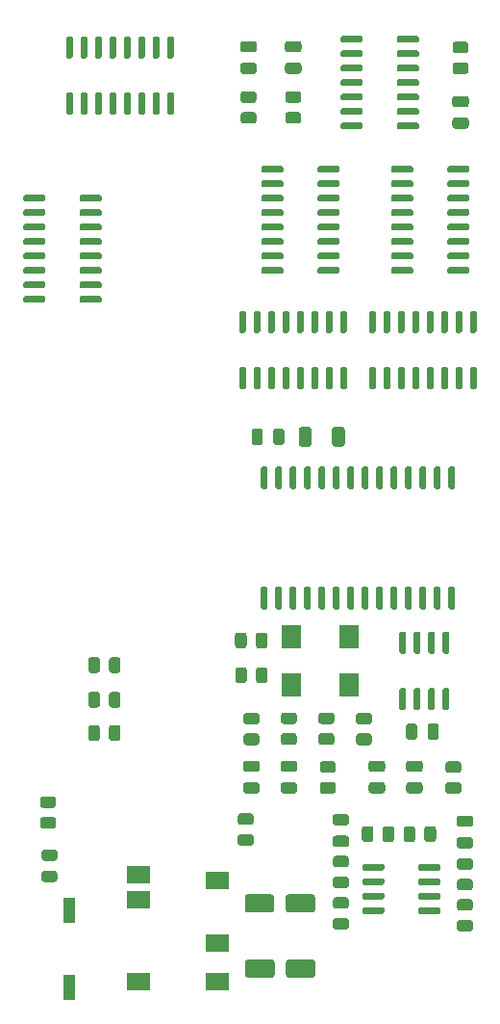
<source format=gbr>
%TF.GenerationSoftware,KiCad,Pcbnew,(5.1.10)-1*%
%TF.CreationDate,2021-06-12T16:54:01+02:00*%
%TF.ProjectId,Nes Sound Expansion,4e657320-536f-4756-9e64-20457870616e,rev?*%
%TF.SameCoordinates,Original*%
%TF.FileFunction,Paste,Top*%
%TF.FilePolarity,Positive*%
%FSLAX46Y46*%
G04 Gerber Fmt 4.6, Leading zero omitted, Abs format (unit mm)*
G04 Created by KiCad (PCBNEW (5.1.10)-1) date 2021-06-12 16:54:01*
%MOMM*%
%LPD*%
G01*
G04 APERTURE LIST*
%ADD10R,1.800000X2.000000*%
%ADD11R,1.120000X2.160000*%
%ADD12R,2.000000X1.500000*%
G04 APERTURE END LIST*
D10*
%TO.C,X1*%
X120523000Y-91245000D03*
X125603000Y-91245000D03*
X125603000Y-95445000D03*
X120523000Y-95445000D03*
%TD*%
%TO.C,R23*%
G36*
G01*
X124148001Y-103208500D02*
X123247999Y-103208500D01*
G75*
G02*
X122998000Y-102958501I0J249999D01*
G01*
X122998000Y-102433499D01*
G75*
G02*
X123247999Y-102183500I249999J0D01*
G01*
X124148001Y-102183500D01*
G75*
G02*
X124398000Y-102433499I0J-249999D01*
G01*
X124398000Y-102958501D01*
G75*
G02*
X124148001Y-103208500I-249999J0D01*
G01*
G37*
G36*
G01*
X124148001Y-105033500D02*
X123247999Y-105033500D01*
G75*
G02*
X122998000Y-104783501I0J249999D01*
G01*
X122998000Y-104258499D01*
G75*
G02*
X123247999Y-104008500I249999J0D01*
G01*
X124148001Y-104008500D01*
G75*
G02*
X124398000Y-104258499I0J-249999D01*
G01*
X124398000Y-104783501D01*
G75*
G02*
X124148001Y-105033500I-249999J0D01*
G01*
G37*
%TD*%
%TO.C,C9*%
G36*
G01*
X120744000Y-105021000D02*
X119794000Y-105021000D01*
G75*
G02*
X119544000Y-104771000I0J250000D01*
G01*
X119544000Y-104271000D01*
G75*
G02*
X119794000Y-104021000I250000J0D01*
G01*
X120744000Y-104021000D01*
G75*
G02*
X120994000Y-104271000I0J-250000D01*
G01*
X120994000Y-104771000D01*
G75*
G02*
X120744000Y-105021000I-250000J0D01*
G01*
G37*
G36*
G01*
X120744000Y-103121000D02*
X119794000Y-103121000D01*
G75*
G02*
X119544000Y-102871000I0J250000D01*
G01*
X119544000Y-102371000D01*
G75*
G02*
X119794000Y-102121000I250000J0D01*
G01*
X120744000Y-102121000D01*
G75*
G02*
X120994000Y-102371000I0J-250000D01*
G01*
X120994000Y-102871000D01*
G75*
G02*
X120744000Y-103121000I-250000J0D01*
G01*
G37*
%TD*%
%TO.C,R26*%
G36*
G01*
X136213001Y-115320500D02*
X135312999Y-115320500D01*
G75*
G02*
X135063000Y-115070501I0J249999D01*
G01*
X135063000Y-114545499D01*
G75*
G02*
X135312999Y-114295500I249999J0D01*
G01*
X136213001Y-114295500D01*
G75*
G02*
X136463000Y-114545499I0J-249999D01*
G01*
X136463000Y-115070501D01*
G75*
G02*
X136213001Y-115320500I-249999J0D01*
G01*
G37*
G36*
G01*
X136213001Y-117145500D02*
X135312999Y-117145500D01*
G75*
G02*
X135063000Y-116895501I0J249999D01*
G01*
X135063000Y-116370499D01*
G75*
G02*
X135312999Y-116120500I249999J0D01*
G01*
X136213001Y-116120500D01*
G75*
G02*
X136463000Y-116370499I0J-249999D01*
G01*
X136463000Y-116895501D01*
G75*
G02*
X136213001Y-117145500I-249999J0D01*
G01*
G37*
%TD*%
%TO.C,R24*%
G36*
G01*
X136213001Y-111717500D02*
X135312999Y-111717500D01*
G75*
G02*
X135063000Y-111467501I0J249999D01*
G01*
X135063000Y-110942499D01*
G75*
G02*
X135312999Y-110692500I249999J0D01*
G01*
X136213001Y-110692500D01*
G75*
G02*
X136463000Y-110942499I0J-249999D01*
G01*
X136463000Y-111467501D01*
G75*
G02*
X136213001Y-111717500I-249999J0D01*
G01*
G37*
G36*
G01*
X136213001Y-113542500D02*
X135312999Y-113542500D01*
G75*
G02*
X135063000Y-113292501I0J249999D01*
G01*
X135063000Y-112767499D01*
G75*
G02*
X135312999Y-112517500I249999J0D01*
G01*
X136213001Y-112517500D01*
G75*
G02*
X136463000Y-112767499I0J-249999D01*
G01*
X136463000Y-113292501D01*
G75*
G02*
X136213001Y-113542500I-249999J0D01*
G01*
G37*
%TD*%
%TO.C,C12*%
G36*
G01*
X136238000Y-107942000D02*
X135288000Y-107942000D01*
G75*
G02*
X135038000Y-107692000I0J250000D01*
G01*
X135038000Y-107192000D01*
G75*
G02*
X135288000Y-106942000I250000J0D01*
G01*
X136238000Y-106942000D01*
G75*
G02*
X136488000Y-107192000I0J-250000D01*
G01*
X136488000Y-107692000D01*
G75*
G02*
X136238000Y-107942000I-250000J0D01*
G01*
G37*
G36*
G01*
X136238000Y-109842000D02*
X135288000Y-109842000D01*
G75*
G02*
X135038000Y-109592000I0J250000D01*
G01*
X135038000Y-109092000D01*
G75*
G02*
X135288000Y-108842000I250000J0D01*
G01*
X136238000Y-108842000D01*
G75*
G02*
X136488000Y-109092000I0J-250000D01*
G01*
X136488000Y-109592000D01*
G75*
G02*
X136238000Y-109842000I-250000J0D01*
G01*
G37*
%TD*%
%TO.C,C2*%
G36*
G01*
X132469000Y-100043000D02*
X132469000Y-99093000D01*
G75*
G02*
X132719000Y-98843000I250000J0D01*
G01*
X133219000Y-98843000D01*
G75*
G02*
X133469000Y-99093000I0J-250000D01*
G01*
X133469000Y-100043000D01*
G75*
G02*
X133219000Y-100293000I-250000J0D01*
G01*
X132719000Y-100293000D01*
G75*
G02*
X132469000Y-100043000I0J250000D01*
G01*
G37*
G36*
G01*
X130569000Y-100043000D02*
X130569000Y-99093000D01*
G75*
G02*
X130819000Y-98843000I250000J0D01*
G01*
X131319000Y-98843000D01*
G75*
G02*
X131569000Y-99093000I0J-250000D01*
G01*
X131569000Y-100043000D01*
G75*
G02*
X131319000Y-100293000I-250000J0D01*
G01*
X130819000Y-100293000D01*
G75*
G02*
X130569000Y-100043000I0J250000D01*
G01*
G37*
%TD*%
%TO.C,C10*%
G36*
G01*
X119007000Y-119846000D02*
X119007000Y-120946000D01*
G75*
G02*
X118757000Y-121196000I-250000J0D01*
G01*
X116657000Y-121196000D01*
G75*
G02*
X116407000Y-120946000I0J250000D01*
G01*
X116407000Y-119846000D01*
G75*
G02*
X116657000Y-119596000I250000J0D01*
G01*
X118757000Y-119596000D01*
G75*
G02*
X119007000Y-119846000I0J-250000D01*
G01*
G37*
G36*
G01*
X122607000Y-119846000D02*
X122607000Y-120946000D01*
G75*
G02*
X122357000Y-121196000I-250000J0D01*
G01*
X120257000Y-121196000D01*
G75*
G02*
X120007000Y-120946000I0J250000D01*
G01*
X120007000Y-119846000D01*
G75*
G02*
X120257000Y-119596000I250000J0D01*
G01*
X122357000Y-119596000D01*
G75*
G02*
X122607000Y-119846000I0J-250000D01*
G01*
G37*
%TD*%
%TO.C,U3*%
G36*
G01*
X128675000Y-115166000D02*
X128675000Y-115466000D01*
G75*
G02*
X128525000Y-115616000I-150000J0D01*
G01*
X126875000Y-115616000D01*
G75*
G02*
X126725000Y-115466000I0J150000D01*
G01*
X126725000Y-115166000D01*
G75*
G02*
X126875000Y-115016000I150000J0D01*
G01*
X128525000Y-115016000D01*
G75*
G02*
X128675000Y-115166000I0J-150000D01*
G01*
G37*
G36*
G01*
X128675000Y-113896000D02*
X128675000Y-114196000D01*
G75*
G02*
X128525000Y-114346000I-150000J0D01*
G01*
X126875000Y-114346000D01*
G75*
G02*
X126725000Y-114196000I0J150000D01*
G01*
X126725000Y-113896000D01*
G75*
G02*
X126875000Y-113746000I150000J0D01*
G01*
X128525000Y-113746000D01*
G75*
G02*
X128675000Y-113896000I0J-150000D01*
G01*
G37*
G36*
G01*
X128675000Y-112626000D02*
X128675000Y-112926000D01*
G75*
G02*
X128525000Y-113076000I-150000J0D01*
G01*
X126875000Y-113076000D01*
G75*
G02*
X126725000Y-112926000I0J150000D01*
G01*
X126725000Y-112626000D01*
G75*
G02*
X126875000Y-112476000I150000J0D01*
G01*
X128525000Y-112476000D01*
G75*
G02*
X128675000Y-112626000I0J-150000D01*
G01*
G37*
G36*
G01*
X128675000Y-111356000D02*
X128675000Y-111656000D01*
G75*
G02*
X128525000Y-111806000I-150000J0D01*
G01*
X126875000Y-111806000D01*
G75*
G02*
X126725000Y-111656000I0J150000D01*
G01*
X126725000Y-111356000D01*
G75*
G02*
X126875000Y-111206000I150000J0D01*
G01*
X128525000Y-111206000D01*
G75*
G02*
X128675000Y-111356000I0J-150000D01*
G01*
G37*
G36*
G01*
X133625000Y-111356000D02*
X133625000Y-111656000D01*
G75*
G02*
X133475000Y-111806000I-150000J0D01*
G01*
X131825000Y-111806000D01*
G75*
G02*
X131675000Y-111656000I0J150000D01*
G01*
X131675000Y-111356000D01*
G75*
G02*
X131825000Y-111206000I150000J0D01*
G01*
X133475000Y-111206000D01*
G75*
G02*
X133625000Y-111356000I0J-150000D01*
G01*
G37*
G36*
G01*
X133625000Y-112626000D02*
X133625000Y-112926000D01*
G75*
G02*
X133475000Y-113076000I-150000J0D01*
G01*
X131825000Y-113076000D01*
G75*
G02*
X131675000Y-112926000I0J150000D01*
G01*
X131675000Y-112626000D01*
G75*
G02*
X131825000Y-112476000I150000J0D01*
G01*
X133475000Y-112476000D01*
G75*
G02*
X133625000Y-112626000I0J-150000D01*
G01*
G37*
G36*
G01*
X133625000Y-113896000D02*
X133625000Y-114196000D01*
G75*
G02*
X133475000Y-114346000I-150000J0D01*
G01*
X131825000Y-114346000D01*
G75*
G02*
X131675000Y-114196000I0J150000D01*
G01*
X131675000Y-113896000D01*
G75*
G02*
X131825000Y-113746000I150000J0D01*
G01*
X133475000Y-113746000D01*
G75*
G02*
X133625000Y-113896000I0J-150000D01*
G01*
G37*
G36*
G01*
X133625000Y-115166000D02*
X133625000Y-115466000D01*
G75*
G02*
X133475000Y-115616000I-150000J0D01*
G01*
X131825000Y-115616000D01*
G75*
G02*
X131675000Y-115466000I0J150000D01*
G01*
X131675000Y-115166000D01*
G75*
G02*
X131825000Y-115016000I150000J0D01*
G01*
X133475000Y-115016000D01*
G75*
G02*
X133625000Y-115166000I0J-150000D01*
G01*
G37*
%TD*%
%TO.C,R27*%
G36*
G01*
X125291001Y-115146500D02*
X124390999Y-115146500D01*
G75*
G02*
X124141000Y-114896501I0J249999D01*
G01*
X124141000Y-114371499D01*
G75*
G02*
X124390999Y-114121500I249999J0D01*
G01*
X125291001Y-114121500D01*
G75*
G02*
X125541000Y-114371499I0J-249999D01*
G01*
X125541000Y-114896501D01*
G75*
G02*
X125291001Y-115146500I-249999J0D01*
G01*
G37*
G36*
G01*
X125291001Y-116971500D02*
X124390999Y-116971500D01*
G75*
G02*
X124141000Y-116721501I0J249999D01*
G01*
X124141000Y-116196499D01*
G75*
G02*
X124390999Y-115946500I249999J0D01*
G01*
X125291001Y-115946500D01*
G75*
G02*
X125541000Y-116196499I0J-249999D01*
G01*
X125541000Y-116721501D01*
G75*
G02*
X125291001Y-116971500I-249999J0D01*
G01*
G37*
%TD*%
%TO.C,R25*%
G36*
G01*
X125291001Y-111510500D02*
X124390999Y-111510500D01*
G75*
G02*
X124141000Y-111260501I0J249999D01*
G01*
X124141000Y-110735499D01*
G75*
G02*
X124390999Y-110485500I249999J0D01*
G01*
X125291001Y-110485500D01*
G75*
G02*
X125541000Y-110735499I0J-249999D01*
G01*
X125541000Y-111260501D01*
G75*
G02*
X125291001Y-111510500I-249999J0D01*
G01*
G37*
G36*
G01*
X125291001Y-113335500D02*
X124390999Y-113335500D01*
G75*
G02*
X124141000Y-113085501I0J249999D01*
G01*
X124141000Y-112560499D01*
G75*
G02*
X124390999Y-112310500I249999J0D01*
G01*
X125291001Y-112310500D01*
G75*
G02*
X125541000Y-112560499I0J-249999D01*
G01*
X125541000Y-113085501D01*
G75*
G02*
X125291001Y-113335500I-249999J0D01*
G01*
G37*
%TD*%
%TO.C,R22*%
G36*
G01*
X128519500Y-109035001D02*
X128519500Y-108134999D01*
G75*
G02*
X128769499Y-107885000I249999J0D01*
G01*
X129294501Y-107885000D01*
G75*
G02*
X129544500Y-108134999I0J-249999D01*
G01*
X129544500Y-109035001D01*
G75*
G02*
X129294501Y-109285000I-249999J0D01*
G01*
X128769499Y-109285000D01*
G75*
G02*
X128519500Y-109035001I0J249999D01*
G01*
G37*
G36*
G01*
X126694500Y-109035001D02*
X126694500Y-108134999D01*
G75*
G02*
X126944499Y-107885000I249999J0D01*
G01*
X127469501Y-107885000D01*
G75*
G02*
X127719500Y-108134999I0J-249999D01*
G01*
X127719500Y-109035001D01*
G75*
G02*
X127469501Y-109285000I-249999J0D01*
G01*
X126944499Y-109285000D01*
G75*
G02*
X126694500Y-109035001I0J249999D01*
G01*
G37*
%TD*%
%TO.C,R21*%
G36*
G01*
X135197001Y-103208500D02*
X134296999Y-103208500D01*
G75*
G02*
X134047000Y-102958501I0J249999D01*
G01*
X134047000Y-102433499D01*
G75*
G02*
X134296999Y-102183500I249999J0D01*
G01*
X135197001Y-102183500D01*
G75*
G02*
X135447000Y-102433499I0J-249999D01*
G01*
X135447000Y-102958501D01*
G75*
G02*
X135197001Y-103208500I-249999J0D01*
G01*
G37*
G36*
G01*
X135197001Y-105033500D02*
X134296999Y-105033500D01*
G75*
G02*
X134047000Y-104783501I0J249999D01*
G01*
X134047000Y-104258499D01*
G75*
G02*
X134296999Y-104008500I249999J0D01*
G01*
X135197001Y-104008500D01*
G75*
G02*
X135447000Y-104258499I0J-249999D01*
G01*
X135447000Y-104783501D01*
G75*
G02*
X135197001Y-105033500I-249999J0D01*
G01*
G37*
%TD*%
%TO.C,R20*%
G36*
G01*
X132202500Y-109035001D02*
X132202500Y-108134999D01*
G75*
G02*
X132452499Y-107885000I249999J0D01*
G01*
X132977501Y-107885000D01*
G75*
G02*
X133227500Y-108134999I0J-249999D01*
G01*
X133227500Y-109035001D01*
G75*
G02*
X132977501Y-109285000I-249999J0D01*
G01*
X132452499Y-109285000D01*
G75*
G02*
X132202500Y-109035001I0J249999D01*
G01*
G37*
G36*
G01*
X130377500Y-109035001D02*
X130377500Y-108134999D01*
G75*
G02*
X130627499Y-107885000I249999J0D01*
G01*
X131152501Y-107885000D01*
G75*
G02*
X131402500Y-108134999I0J-249999D01*
G01*
X131402500Y-109035001D01*
G75*
G02*
X131152501Y-109285000I-249999J0D01*
G01*
X130627499Y-109285000D01*
G75*
G02*
X130377500Y-109035001I0J249999D01*
G01*
G37*
%TD*%
%TO.C,C13*%
G36*
G01*
X125316000Y-107815000D02*
X124366000Y-107815000D01*
G75*
G02*
X124116000Y-107565000I0J250000D01*
G01*
X124116000Y-107065000D01*
G75*
G02*
X124366000Y-106815000I250000J0D01*
G01*
X125316000Y-106815000D01*
G75*
G02*
X125566000Y-107065000I0J-250000D01*
G01*
X125566000Y-107565000D01*
G75*
G02*
X125316000Y-107815000I-250000J0D01*
G01*
G37*
G36*
G01*
X125316000Y-109715000D02*
X124366000Y-109715000D01*
G75*
G02*
X124116000Y-109465000I0J250000D01*
G01*
X124116000Y-108965000D01*
G75*
G02*
X124366000Y-108715000I250000J0D01*
G01*
X125316000Y-108715000D01*
G75*
G02*
X125566000Y-108965000I0J-250000D01*
G01*
X125566000Y-109465000D01*
G75*
G02*
X125316000Y-109715000I-250000J0D01*
G01*
G37*
%TD*%
%TO.C,C8*%
G36*
G01*
X131793000Y-103116000D02*
X130843000Y-103116000D01*
G75*
G02*
X130593000Y-102866000I0J250000D01*
G01*
X130593000Y-102366000D01*
G75*
G02*
X130843000Y-102116000I250000J0D01*
G01*
X131793000Y-102116000D01*
G75*
G02*
X132043000Y-102366000I0J-250000D01*
G01*
X132043000Y-102866000D01*
G75*
G02*
X131793000Y-103116000I-250000J0D01*
G01*
G37*
G36*
G01*
X131793000Y-105016000D02*
X130843000Y-105016000D01*
G75*
G02*
X130593000Y-104766000I0J250000D01*
G01*
X130593000Y-104266000D01*
G75*
G02*
X130843000Y-104016000I250000J0D01*
G01*
X131793000Y-104016000D01*
G75*
G02*
X132043000Y-104266000I0J-250000D01*
G01*
X132043000Y-104766000D01*
G75*
G02*
X131793000Y-105016000I-250000J0D01*
G01*
G37*
%TD*%
%TO.C,C7*%
G36*
G01*
X116492000Y-104016000D02*
X117442000Y-104016000D01*
G75*
G02*
X117692000Y-104266000I0J-250000D01*
G01*
X117692000Y-104766000D01*
G75*
G02*
X117442000Y-105016000I-250000J0D01*
G01*
X116492000Y-105016000D01*
G75*
G02*
X116242000Y-104766000I0J250000D01*
G01*
X116242000Y-104266000D01*
G75*
G02*
X116492000Y-104016000I250000J0D01*
G01*
G37*
G36*
G01*
X116492000Y-102116000D02*
X117442000Y-102116000D01*
G75*
G02*
X117692000Y-102366000I0J-250000D01*
G01*
X117692000Y-102866000D01*
G75*
G02*
X117442000Y-103116000I-250000J0D01*
G01*
X116492000Y-103116000D01*
G75*
G02*
X116242000Y-102866000I0J250000D01*
G01*
X116242000Y-102366000D01*
G75*
G02*
X116492000Y-102116000I250000J0D01*
G01*
G37*
%TD*%
%TO.C,C6*%
G36*
G01*
X127541000Y-104021000D02*
X128491000Y-104021000D01*
G75*
G02*
X128741000Y-104271000I0J-250000D01*
G01*
X128741000Y-104771000D01*
G75*
G02*
X128491000Y-105021000I-250000J0D01*
G01*
X127541000Y-105021000D01*
G75*
G02*
X127291000Y-104771000I0J250000D01*
G01*
X127291000Y-104271000D01*
G75*
G02*
X127541000Y-104021000I250000J0D01*
G01*
G37*
G36*
G01*
X127541000Y-102121000D02*
X128491000Y-102121000D01*
G75*
G02*
X128741000Y-102371000I0J-250000D01*
G01*
X128741000Y-102871000D01*
G75*
G02*
X128491000Y-103121000I-250000J0D01*
G01*
X127541000Y-103121000D01*
G75*
G02*
X127291000Y-102871000I0J250000D01*
G01*
X127291000Y-102371000D01*
G75*
G02*
X127541000Y-102121000I250000J0D01*
G01*
G37*
%TD*%
%TO.C,J7*%
G36*
G01*
X98730750Y-111820000D02*
X99643250Y-111820000D01*
G75*
G02*
X99887000Y-112063750I0J-243750D01*
G01*
X99887000Y-112551250D01*
G75*
G02*
X99643250Y-112795000I-243750J0D01*
G01*
X98730750Y-112795000D01*
G75*
G02*
X98487000Y-112551250I0J243750D01*
G01*
X98487000Y-112063750D01*
G75*
G02*
X98730750Y-111820000I243750J0D01*
G01*
G37*
G36*
G01*
X98730750Y-109945000D02*
X99643250Y-109945000D01*
G75*
G02*
X99887000Y-110188750I0J-243750D01*
G01*
X99887000Y-110676250D01*
G75*
G02*
X99643250Y-110920000I-243750J0D01*
G01*
X98730750Y-110920000D01*
G75*
G02*
X98487000Y-110676250I0J243750D01*
G01*
X98487000Y-110188750D01*
G75*
G02*
X98730750Y-109945000I243750J0D01*
G01*
G37*
%TD*%
%TO.C,R19*%
G36*
G01*
X103629000Y-93275998D02*
X103629000Y-94176002D01*
G75*
G02*
X103379002Y-94426000I-249998J0D01*
G01*
X102853998Y-94426000D01*
G75*
G02*
X102604000Y-94176002I0J249998D01*
G01*
X102604000Y-93275998D01*
G75*
G02*
X102853998Y-93026000I249998J0D01*
G01*
X103379002Y-93026000D01*
G75*
G02*
X103629000Y-93275998I0J-249998D01*
G01*
G37*
G36*
G01*
X105454000Y-93275998D02*
X105454000Y-94176002D01*
G75*
G02*
X105204002Y-94426000I-249998J0D01*
G01*
X104678998Y-94426000D01*
G75*
G02*
X104429000Y-94176002I0J249998D01*
G01*
X104429000Y-93275998D01*
G75*
G02*
X104678998Y-93026000I249998J0D01*
G01*
X105204002Y-93026000D01*
G75*
G02*
X105454000Y-93275998I0J-249998D01*
G01*
G37*
%TD*%
%TO.C,R18*%
G36*
G01*
X103629000Y-99244998D02*
X103629000Y-100145002D01*
G75*
G02*
X103379002Y-100395000I-249998J0D01*
G01*
X102853998Y-100395000D01*
G75*
G02*
X102604000Y-100145002I0J249998D01*
G01*
X102604000Y-99244998D01*
G75*
G02*
X102853998Y-98995000I249998J0D01*
G01*
X103379002Y-98995000D01*
G75*
G02*
X103629000Y-99244998I0J-249998D01*
G01*
G37*
G36*
G01*
X105454000Y-99244998D02*
X105454000Y-100145002D01*
G75*
G02*
X105204002Y-100395000I-249998J0D01*
G01*
X104678998Y-100395000D01*
G75*
G02*
X104429000Y-100145002I0J249998D01*
G01*
X104429000Y-99244998D01*
G75*
G02*
X104678998Y-98995000I249998J0D01*
G01*
X105204002Y-98995000D01*
G75*
G02*
X105454000Y-99244998I0J-249998D01*
G01*
G37*
%TD*%
%TO.C,R4*%
G36*
G01*
X103629000Y-96323998D02*
X103629000Y-97224002D01*
G75*
G02*
X103379002Y-97474000I-249998J0D01*
G01*
X102853998Y-97474000D01*
G75*
G02*
X102604000Y-97224002I0J249998D01*
G01*
X102604000Y-96323998D01*
G75*
G02*
X102853998Y-96074000I249998J0D01*
G01*
X103379002Y-96074000D01*
G75*
G02*
X103629000Y-96323998I0J-249998D01*
G01*
G37*
G36*
G01*
X105454000Y-96323998D02*
X105454000Y-97224002D01*
G75*
G02*
X105204002Y-97474000I-249998J0D01*
G01*
X104678998Y-97474000D01*
G75*
G02*
X104429000Y-97224002I0J249998D01*
G01*
X104429000Y-96323998D01*
G75*
G02*
X104678998Y-96074000I249998J0D01*
G01*
X105204002Y-96074000D01*
G75*
G02*
X105454000Y-96323998I0J-249998D01*
G01*
G37*
%TD*%
%TO.C,R17*%
G36*
G01*
X116551000Y-91116998D02*
X116551000Y-92017002D01*
G75*
G02*
X116301002Y-92267000I-249998J0D01*
G01*
X115775998Y-92267000D01*
G75*
G02*
X115526000Y-92017002I0J249998D01*
G01*
X115526000Y-91116998D01*
G75*
G02*
X115775998Y-90867000I249998J0D01*
G01*
X116301002Y-90867000D01*
G75*
G02*
X116551000Y-91116998I0J-249998D01*
G01*
G37*
G36*
G01*
X118376000Y-91116998D02*
X118376000Y-92017002D01*
G75*
G02*
X118126002Y-92267000I-249998J0D01*
G01*
X117600998Y-92267000D01*
G75*
G02*
X117351000Y-92017002I0J249998D01*
G01*
X117351000Y-91116998D01*
G75*
G02*
X117600998Y-90867000I249998J0D01*
G01*
X118126002Y-90867000D01*
G75*
G02*
X118376000Y-91116998I0J-249998D01*
G01*
G37*
%TD*%
%TO.C,R16*%
G36*
G01*
X116567000Y-94164998D02*
X116567000Y-95065002D01*
G75*
G02*
X116317002Y-95315000I-249998J0D01*
G01*
X115791998Y-95315000D01*
G75*
G02*
X115542000Y-95065002I0J249998D01*
G01*
X115542000Y-94164998D01*
G75*
G02*
X115791998Y-93915000I249998J0D01*
G01*
X116317002Y-93915000D01*
G75*
G02*
X116567000Y-94164998I0J-249998D01*
G01*
G37*
G36*
G01*
X118392000Y-94164998D02*
X118392000Y-95065002D01*
G75*
G02*
X118142002Y-95315000I-249998J0D01*
G01*
X117616998Y-95315000D01*
G75*
G02*
X117367000Y-95065002I0J249998D01*
G01*
X117367000Y-94164998D01*
G75*
G02*
X117616998Y-93915000I249998J0D01*
G01*
X118142002Y-93915000D01*
G75*
G02*
X118392000Y-94164998I0J-249998D01*
G01*
G37*
%TD*%
%TO.C,R10*%
G36*
G01*
X116909002Y-107780500D02*
X116008998Y-107780500D01*
G75*
G02*
X115759000Y-107530502I0J249998D01*
G01*
X115759000Y-107005498D01*
G75*
G02*
X116008998Y-106755500I249998J0D01*
G01*
X116909002Y-106755500D01*
G75*
G02*
X117159000Y-107005498I0J-249998D01*
G01*
X117159000Y-107530502D01*
G75*
G02*
X116909002Y-107780500I-249998J0D01*
G01*
G37*
G36*
G01*
X116909002Y-109605500D02*
X116008998Y-109605500D01*
G75*
G02*
X115759000Y-109355502I0J249998D01*
G01*
X115759000Y-108830498D01*
G75*
G02*
X116008998Y-108580500I249998J0D01*
G01*
X116909002Y-108580500D01*
G75*
G02*
X117159000Y-108830498I0J-249998D01*
G01*
X117159000Y-109355502D01*
G75*
G02*
X116909002Y-109605500I-249998J0D01*
G01*
G37*
%TD*%
%TO.C,R9*%
G36*
G01*
X99510002Y-106280000D02*
X98609998Y-106280000D01*
G75*
G02*
X98360000Y-106030002I0J249998D01*
G01*
X98360000Y-105504998D01*
G75*
G02*
X98609998Y-105255000I249998J0D01*
G01*
X99510002Y-105255000D01*
G75*
G02*
X99760000Y-105504998I0J-249998D01*
G01*
X99760000Y-106030002D01*
G75*
G02*
X99510002Y-106280000I-249998J0D01*
G01*
G37*
G36*
G01*
X99510002Y-108105000D02*
X98609998Y-108105000D01*
G75*
G02*
X98360000Y-107855002I0J249998D01*
G01*
X98360000Y-107329998D01*
G75*
G02*
X98609998Y-107080000I249998J0D01*
G01*
X99510002Y-107080000D01*
G75*
G02*
X99760000Y-107329998I0J-249998D01*
G01*
X99760000Y-107855002D01*
G75*
G02*
X99510002Y-108105000I-249998J0D01*
G01*
G37*
%TD*%
%TO.C,R8*%
G36*
G01*
X120719002Y-98914000D02*
X119818998Y-98914000D01*
G75*
G02*
X119569000Y-98664002I0J249998D01*
G01*
X119569000Y-98138998D01*
G75*
G02*
X119818998Y-97889000I249998J0D01*
G01*
X120719002Y-97889000D01*
G75*
G02*
X120969000Y-98138998I0J-249998D01*
G01*
X120969000Y-98664002D01*
G75*
G02*
X120719002Y-98914000I-249998J0D01*
G01*
G37*
G36*
G01*
X120719002Y-100739000D02*
X119818998Y-100739000D01*
G75*
G02*
X119569000Y-100489002I0J249998D01*
G01*
X119569000Y-99963998D01*
G75*
G02*
X119818998Y-99714000I249998J0D01*
G01*
X120719002Y-99714000D01*
G75*
G02*
X120969000Y-99963998I0J-249998D01*
G01*
X120969000Y-100489002D01*
G75*
G02*
X120719002Y-100739000I-249998J0D01*
G01*
G37*
%TD*%
%TO.C,R7*%
G36*
G01*
X117417002Y-98937500D02*
X116516998Y-98937500D01*
G75*
G02*
X116267000Y-98687502I0J249998D01*
G01*
X116267000Y-98162498D01*
G75*
G02*
X116516998Y-97912500I249998J0D01*
G01*
X117417002Y-97912500D01*
G75*
G02*
X117667000Y-98162498I0J-249998D01*
G01*
X117667000Y-98687502D01*
G75*
G02*
X117417002Y-98937500I-249998J0D01*
G01*
G37*
G36*
G01*
X117417002Y-100762500D02*
X116516998Y-100762500D01*
G75*
G02*
X116267000Y-100512502I0J249998D01*
G01*
X116267000Y-99987498D01*
G75*
G02*
X116516998Y-99737500I249998J0D01*
G01*
X117417002Y-99737500D01*
G75*
G02*
X117667000Y-99987498I0J-249998D01*
G01*
X117667000Y-100512502D01*
G75*
G02*
X117417002Y-100762500I-249998J0D01*
G01*
G37*
%TD*%
%TO.C,R6*%
G36*
G01*
X124021002Y-98914000D02*
X123120998Y-98914000D01*
G75*
G02*
X122871000Y-98664002I0J249998D01*
G01*
X122871000Y-98138998D01*
G75*
G02*
X123120998Y-97889000I249998J0D01*
G01*
X124021002Y-97889000D01*
G75*
G02*
X124271000Y-98138998I0J-249998D01*
G01*
X124271000Y-98664002D01*
G75*
G02*
X124021002Y-98914000I-249998J0D01*
G01*
G37*
G36*
G01*
X124021002Y-100739000D02*
X123120998Y-100739000D01*
G75*
G02*
X122871000Y-100489002I0J249998D01*
G01*
X122871000Y-99963998D01*
G75*
G02*
X123120998Y-99714000I249998J0D01*
G01*
X124021002Y-99714000D01*
G75*
G02*
X124271000Y-99963998I0J-249998D01*
G01*
X124271000Y-100489002D01*
G75*
G02*
X124021002Y-100739000I-249998J0D01*
G01*
G37*
%TD*%
%TO.C,R5*%
G36*
G01*
X127323002Y-98937500D02*
X126422998Y-98937500D01*
G75*
G02*
X126173000Y-98687502I0J249998D01*
G01*
X126173000Y-98162498D01*
G75*
G02*
X126422998Y-97912500I249998J0D01*
G01*
X127323002Y-97912500D01*
G75*
G02*
X127573000Y-98162498I0J-249998D01*
G01*
X127573000Y-98687502D01*
G75*
G02*
X127323002Y-98937500I-249998J0D01*
G01*
G37*
G36*
G01*
X127323002Y-100762500D02*
X126422998Y-100762500D01*
G75*
G02*
X126173000Y-100512502I0J249998D01*
G01*
X126173000Y-99987498D01*
G75*
G02*
X126422998Y-99737500I249998J0D01*
G01*
X127323002Y-99737500D01*
G75*
G02*
X127573000Y-99987498I0J-249998D01*
G01*
X127573000Y-100512502D01*
G75*
G02*
X127323002Y-100762500I-249998J0D01*
G01*
G37*
%TD*%
%TO.C,R14*%
G36*
G01*
X135832002Y-39962500D02*
X134931998Y-39962500D01*
G75*
G02*
X134682000Y-39712502I0J249998D01*
G01*
X134682000Y-39187498D01*
G75*
G02*
X134931998Y-38937500I249998J0D01*
G01*
X135832002Y-38937500D01*
G75*
G02*
X136082000Y-39187498I0J-249998D01*
G01*
X136082000Y-39712502D01*
G75*
G02*
X135832002Y-39962500I-249998J0D01*
G01*
G37*
G36*
G01*
X135832002Y-41787500D02*
X134931998Y-41787500D01*
G75*
G02*
X134682000Y-41537502I0J249998D01*
G01*
X134682000Y-41012498D01*
G75*
G02*
X134931998Y-40762500I249998J0D01*
G01*
X135832002Y-40762500D01*
G75*
G02*
X136082000Y-41012498I0J-249998D01*
G01*
X136082000Y-41537502D01*
G75*
G02*
X135832002Y-41787500I-249998J0D01*
G01*
G37*
%TD*%
%TO.C,R13*%
G36*
G01*
X116262998Y-45120000D02*
X117163002Y-45120000D01*
G75*
G02*
X117413000Y-45369998I0J-249998D01*
G01*
X117413000Y-45895002D01*
G75*
G02*
X117163002Y-46145000I-249998J0D01*
G01*
X116262998Y-46145000D01*
G75*
G02*
X116013000Y-45895002I0J249998D01*
G01*
X116013000Y-45369998D01*
G75*
G02*
X116262998Y-45120000I249998J0D01*
G01*
G37*
G36*
G01*
X116262998Y-43295000D02*
X117163002Y-43295000D01*
G75*
G02*
X117413000Y-43544998I0J-249998D01*
G01*
X117413000Y-44070002D01*
G75*
G02*
X117163002Y-44320000I-249998J0D01*
G01*
X116262998Y-44320000D01*
G75*
G02*
X116013000Y-44070002I0J249998D01*
G01*
X116013000Y-43544998D01*
G75*
G02*
X116262998Y-43295000I249998J0D01*
G01*
G37*
%TD*%
%TO.C,R12*%
G36*
G01*
X120199998Y-45120000D02*
X121100002Y-45120000D01*
G75*
G02*
X121350000Y-45369998I0J-249998D01*
G01*
X121350000Y-45895002D01*
G75*
G02*
X121100002Y-46145000I-249998J0D01*
G01*
X120199998Y-46145000D01*
G75*
G02*
X119950000Y-45895002I0J249998D01*
G01*
X119950000Y-45369998D01*
G75*
G02*
X120199998Y-45120000I249998J0D01*
G01*
G37*
G36*
G01*
X120199998Y-43295000D02*
X121100002Y-43295000D01*
G75*
G02*
X121350000Y-43544998I0J-249998D01*
G01*
X121350000Y-44070002D01*
G75*
G02*
X121100002Y-44320000I-249998J0D01*
G01*
X120199998Y-44320000D01*
G75*
G02*
X119950000Y-44070002I0J249998D01*
G01*
X119950000Y-43544998D01*
G75*
G02*
X120199998Y-43295000I249998J0D01*
G01*
G37*
%TD*%
%TO.C,R15*%
G36*
G01*
X122264000Y-73034998D02*
X122264000Y-74285002D01*
G75*
G02*
X122014002Y-74535000I-249998J0D01*
G01*
X121388998Y-74535000D01*
G75*
G02*
X121139000Y-74285002I0J249998D01*
G01*
X121139000Y-73034998D01*
G75*
G02*
X121388998Y-72785000I249998J0D01*
G01*
X122014002Y-72785000D01*
G75*
G02*
X122264000Y-73034998I0J-249998D01*
G01*
G37*
G36*
G01*
X125189000Y-73034998D02*
X125189000Y-74285002D01*
G75*
G02*
X124939002Y-74535000I-249998J0D01*
G01*
X124313998Y-74535000D01*
G75*
G02*
X124064000Y-74285002I0J249998D01*
G01*
X124064000Y-73034998D01*
G75*
G02*
X124313998Y-72785000I249998J0D01*
G01*
X124939002Y-72785000D01*
G75*
G02*
X125189000Y-73034998I0J-249998D01*
G01*
G37*
%TD*%
%TO.C,U2*%
G36*
G01*
X129770000Y-38885000D02*
X129770000Y-38585000D01*
G75*
G02*
X129920000Y-38435000I150000J0D01*
G01*
X131570000Y-38435000D01*
G75*
G02*
X131720000Y-38585000I0J-150000D01*
G01*
X131720000Y-38885000D01*
G75*
G02*
X131570000Y-39035000I-150000J0D01*
G01*
X129920000Y-39035000D01*
G75*
G02*
X129770000Y-38885000I0J150000D01*
G01*
G37*
G36*
G01*
X129770000Y-40155000D02*
X129770000Y-39855000D01*
G75*
G02*
X129920000Y-39705000I150000J0D01*
G01*
X131570000Y-39705000D01*
G75*
G02*
X131720000Y-39855000I0J-150000D01*
G01*
X131720000Y-40155000D01*
G75*
G02*
X131570000Y-40305000I-150000J0D01*
G01*
X129920000Y-40305000D01*
G75*
G02*
X129770000Y-40155000I0J150000D01*
G01*
G37*
G36*
G01*
X129770000Y-41425000D02*
X129770000Y-41125000D01*
G75*
G02*
X129920000Y-40975000I150000J0D01*
G01*
X131570000Y-40975000D01*
G75*
G02*
X131720000Y-41125000I0J-150000D01*
G01*
X131720000Y-41425000D01*
G75*
G02*
X131570000Y-41575000I-150000J0D01*
G01*
X129920000Y-41575000D01*
G75*
G02*
X129770000Y-41425000I0J150000D01*
G01*
G37*
G36*
G01*
X129770000Y-42695000D02*
X129770000Y-42395000D01*
G75*
G02*
X129920000Y-42245000I150000J0D01*
G01*
X131570000Y-42245000D01*
G75*
G02*
X131720000Y-42395000I0J-150000D01*
G01*
X131720000Y-42695000D01*
G75*
G02*
X131570000Y-42845000I-150000J0D01*
G01*
X129920000Y-42845000D01*
G75*
G02*
X129770000Y-42695000I0J150000D01*
G01*
G37*
G36*
G01*
X129770000Y-43965000D02*
X129770000Y-43665000D01*
G75*
G02*
X129920000Y-43515000I150000J0D01*
G01*
X131570000Y-43515000D01*
G75*
G02*
X131720000Y-43665000I0J-150000D01*
G01*
X131720000Y-43965000D01*
G75*
G02*
X131570000Y-44115000I-150000J0D01*
G01*
X129920000Y-44115000D01*
G75*
G02*
X129770000Y-43965000I0J150000D01*
G01*
G37*
G36*
G01*
X129770000Y-45235000D02*
X129770000Y-44935000D01*
G75*
G02*
X129920000Y-44785000I150000J0D01*
G01*
X131570000Y-44785000D01*
G75*
G02*
X131720000Y-44935000I0J-150000D01*
G01*
X131720000Y-45235000D01*
G75*
G02*
X131570000Y-45385000I-150000J0D01*
G01*
X129920000Y-45385000D01*
G75*
G02*
X129770000Y-45235000I0J150000D01*
G01*
G37*
G36*
G01*
X129770000Y-46505000D02*
X129770000Y-46205000D01*
G75*
G02*
X129920000Y-46055000I150000J0D01*
G01*
X131570000Y-46055000D01*
G75*
G02*
X131720000Y-46205000I0J-150000D01*
G01*
X131720000Y-46505000D01*
G75*
G02*
X131570000Y-46655000I-150000J0D01*
G01*
X129920000Y-46655000D01*
G75*
G02*
X129770000Y-46505000I0J150000D01*
G01*
G37*
G36*
G01*
X124820000Y-46505000D02*
X124820000Y-46205000D01*
G75*
G02*
X124970000Y-46055000I150000J0D01*
G01*
X126620000Y-46055000D01*
G75*
G02*
X126770000Y-46205000I0J-150000D01*
G01*
X126770000Y-46505000D01*
G75*
G02*
X126620000Y-46655000I-150000J0D01*
G01*
X124970000Y-46655000D01*
G75*
G02*
X124820000Y-46505000I0J150000D01*
G01*
G37*
G36*
G01*
X124820000Y-45235000D02*
X124820000Y-44935000D01*
G75*
G02*
X124970000Y-44785000I150000J0D01*
G01*
X126620000Y-44785000D01*
G75*
G02*
X126770000Y-44935000I0J-150000D01*
G01*
X126770000Y-45235000D01*
G75*
G02*
X126620000Y-45385000I-150000J0D01*
G01*
X124970000Y-45385000D01*
G75*
G02*
X124820000Y-45235000I0J150000D01*
G01*
G37*
G36*
G01*
X124820000Y-43965000D02*
X124820000Y-43665000D01*
G75*
G02*
X124970000Y-43515000I150000J0D01*
G01*
X126620000Y-43515000D01*
G75*
G02*
X126770000Y-43665000I0J-150000D01*
G01*
X126770000Y-43965000D01*
G75*
G02*
X126620000Y-44115000I-150000J0D01*
G01*
X124970000Y-44115000D01*
G75*
G02*
X124820000Y-43965000I0J150000D01*
G01*
G37*
G36*
G01*
X124820000Y-42695000D02*
X124820000Y-42395000D01*
G75*
G02*
X124970000Y-42245000I150000J0D01*
G01*
X126620000Y-42245000D01*
G75*
G02*
X126770000Y-42395000I0J-150000D01*
G01*
X126770000Y-42695000D01*
G75*
G02*
X126620000Y-42845000I-150000J0D01*
G01*
X124970000Y-42845000D01*
G75*
G02*
X124820000Y-42695000I0J150000D01*
G01*
G37*
G36*
G01*
X124820000Y-41425000D02*
X124820000Y-41125000D01*
G75*
G02*
X124970000Y-40975000I150000J0D01*
G01*
X126620000Y-40975000D01*
G75*
G02*
X126770000Y-41125000I0J-150000D01*
G01*
X126770000Y-41425000D01*
G75*
G02*
X126620000Y-41575000I-150000J0D01*
G01*
X124970000Y-41575000D01*
G75*
G02*
X124820000Y-41425000I0J150000D01*
G01*
G37*
G36*
G01*
X124820000Y-40155000D02*
X124820000Y-39855000D01*
G75*
G02*
X124970000Y-39705000I150000J0D01*
G01*
X126620000Y-39705000D01*
G75*
G02*
X126770000Y-39855000I0J-150000D01*
G01*
X126770000Y-40155000D01*
G75*
G02*
X126620000Y-40305000I-150000J0D01*
G01*
X124970000Y-40305000D01*
G75*
G02*
X124820000Y-40155000I0J150000D01*
G01*
G37*
G36*
G01*
X124820000Y-38885000D02*
X124820000Y-38585000D01*
G75*
G02*
X124970000Y-38435000I150000J0D01*
G01*
X126620000Y-38435000D01*
G75*
G02*
X126770000Y-38585000I0J-150000D01*
G01*
X126770000Y-38885000D01*
G75*
G02*
X126620000Y-39035000I-150000J0D01*
G01*
X124970000Y-39035000D01*
G75*
G02*
X124820000Y-38885000I0J150000D01*
G01*
G37*
%TD*%
%TO.C,C5*%
G36*
G01*
X134907000Y-45596000D02*
X135857000Y-45596000D01*
G75*
G02*
X136107000Y-45846000I0J-250000D01*
G01*
X136107000Y-46346000D01*
G75*
G02*
X135857000Y-46596000I-250000J0D01*
G01*
X134907000Y-46596000D01*
G75*
G02*
X134657000Y-46346000I0J250000D01*
G01*
X134657000Y-45846000D01*
G75*
G02*
X134907000Y-45596000I250000J0D01*
G01*
G37*
G36*
G01*
X134907000Y-43696000D02*
X135857000Y-43696000D01*
G75*
G02*
X136107000Y-43946000I0J-250000D01*
G01*
X136107000Y-44446000D01*
G75*
G02*
X135857000Y-44696000I-250000J0D01*
G01*
X134907000Y-44696000D01*
G75*
G02*
X134657000Y-44446000I0J250000D01*
G01*
X134657000Y-43946000D01*
G75*
G02*
X134907000Y-43696000I250000J0D01*
G01*
G37*
%TD*%
%TO.C,C4*%
G36*
G01*
X116238000Y-40775000D02*
X117188000Y-40775000D01*
G75*
G02*
X117438000Y-41025000I0J-250000D01*
G01*
X117438000Y-41525000D01*
G75*
G02*
X117188000Y-41775000I-250000J0D01*
G01*
X116238000Y-41775000D01*
G75*
G02*
X115988000Y-41525000I0J250000D01*
G01*
X115988000Y-41025000D01*
G75*
G02*
X116238000Y-40775000I250000J0D01*
G01*
G37*
G36*
G01*
X116238000Y-38875000D02*
X117188000Y-38875000D01*
G75*
G02*
X117438000Y-39125000I0J-250000D01*
G01*
X117438000Y-39625000D01*
G75*
G02*
X117188000Y-39875000I-250000J0D01*
G01*
X116238000Y-39875000D01*
G75*
G02*
X115988000Y-39625000I0J250000D01*
G01*
X115988000Y-39125000D01*
G75*
G02*
X116238000Y-38875000I250000J0D01*
G01*
G37*
%TD*%
%TO.C,C3*%
G36*
G01*
X120175000Y-40775000D02*
X121125000Y-40775000D01*
G75*
G02*
X121375000Y-41025000I0J-250000D01*
G01*
X121375000Y-41525000D01*
G75*
G02*
X121125000Y-41775000I-250000J0D01*
G01*
X120175000Y-41775000D01*
G75*
G02*
X119925000Y-41525000I0J250000D01*
G01*
X119925000Y-41025000D01*
G75*
G02*
X120175000Y-40775000I250000J0D01*
G01*
G37*
G36*
G01*
X120175000Y-38875000D02*
X121125000Y-38875000D01*
G75*
G02*
X121375000Y-39125000I0J-250000D01*
G01*
X121375000Y-39625000D01*
G75*
G02*
X121125000Y-39875000I-250000J0D01*
G01*
X120175000Y-39875000D01*
G75*
G02*
X119925000Y-39625000I0J250000D01*
G01*
X119925000Y-39125000D01*
G75*
G02*
X120175000Y-38875000I250000J0D01*
G01*
G37*
%TD*%
%TO.C,C1*%
G36*
G01*
X117975000Y-73185000D02*
X117975000Y-74135000D01*
G75*
G02*
X117725000Y-74385000I-250000J0D01*
G01*
X117225000Y-74385000D01*
G75*
G02*
X116975000Y-74135000I0J250000D01*
G01*
X116975000Y-73185000D01*
G75*
G02*
X117225000Y-72935000I250000J0D01*
G01*
X117725000Y-72935000D01*
G75*
G02*
X117975000Y-73185000I0J-250000D01*
G01*
G37*
G36*
G01*
X119875000Y-73185000D02*
X119875000Y-74135000D01*
G75*
G02*
X119625000Y-74385000I-250000J0D01*
G01*
X119125000Y-74385000D01*
G75*
G02*
X118875000Y-74135000I0J250000D01*
G01*
X118875000Y-73185000D01*
G75*
G02*
X119125000Y-72935000I250000J0D01*
G01*
X119625000Y-72935000D01*
G75*
G02*
X119875000Y-73185000I0J-250000D01*
G01*
G37*
%TD*%
%TO.C,YMF288*%
G36*
G01*
X133200000Y-86810000D02*
X133500000Y-86810000D01*
G75*
G02*
X133650000Y-86960000I0J-150000D01*
G01*
X133650000Y-88710000D01*
G75*
G02*
X133500000Y-88860000I-150000J0D01*
G01*
X133200000Y-88860000D01*
G75*
G02*
X133050000Y-88710000I0J150000D01*
G01*
X133050000Y-86960000D01*
G75*
G02*
X133200000Y-86810000I150000J0D01*
G01*
G37*
G36*
G01*
X131930000Y-86810000D02*
X132230000Y-86810000D01*
G75*
G02*
X132380000Y-86960000I0J-150000D01*
G01*
X132380000Y-88710000D01*
G75*
G02*
X132230000Y-88860000I-150000J0D01*
G01*
X131930000Y-88860000D01*
G75*
G02*
X131780000Y-88710000I0J150000D01*
G01*
X131780000Y-86960000D01*
G75*
G02*
X131930000Y-86810000I150000J0D01*
G01*
G37*
G36*
G01*
X130660000Y-86810000D02*
X130960000Y-86810000D01*
G75*
G02*
X131110000Y-86960000I0J-150000D01*
G01*
X131110000Y-88710000D01*
G75*
G02*
X130960000Y-88860000I-150000J0D01*
G01*
X130660000Y-88860000D01*
G75*
G02*
X130510000Y-88710000I0J150000D01*
G01*
X130510000Y-86960000D01*
G75*
G02*
X130660000Y-86810000I150000J0D01*
G01*
G37*
G36*
G01*
X120500000Y-86810000D02*
X120800000Y-86810000D01*
G75*
G02*
X120950000Y-86960000I0J-150000D01*
G01*
X120950000Y-88710000D01*
G75*
G02*
X120800000Y-88860000I-150000J0D01*
G01*
X120500000Y-88860000D01*
G75*
G02*
X120350000Y-88710000I0J150000D01*
G01*
X120350000Y-86960000D01*
G75*
G02*
X120500000Y-86810000I150000J0D01*
G01*
G37*
G36*
G01*
X117960000Y-86810000D02*
X118260000Y-86810000D01*
G75*
G02*
X118410000Y-86960000I0J-150000D01*
G01*
X118410000Y-88710000D01*
G75*
G02*
X118260000Y-88860000I-150000J0D01*
G01*
X117960000Y-88860000D01*
G75*
G02*
X117810000Y-88710000I0J150000D01*
G01*
X117810000Y-86960000D01*
G75*
G02*
X117960000Y-86810000I150000J0D01*
G01*
G37*
G36*
G01*
X134470000Y-86810000D02*
X134770000Y-86810000D01*
G75*
G02*
X134920000Y-86960000I0J-150000D01*
G01*
X134920000Y-88710000D01*
G75*
G02*
X134770000Y-88860000I-150000J0D01*
G01*
X134470000Y-88860000D01*
G75*
G02*
X134320000Y-88710000I0J150000D01*
G01*
X134320000Y-86960000D01*
G75*
G02*
X134470000Y-86810000I150000J0D01*
G01*
G37*
G36*
G01*
X124310000Y-86810000D02*
X124610000Y-86810000D01*
G75*
G02*
X124760000Y-86960000I0J-150000D01*
G01*
X124760000Y-88710000D01*
G75*
G02*
X124610000Y-88860000I-150000J0D01*
G01*
X124310000Y-88860000D01*
G75*
G02*
X124160000Y-88710000I0J150000D01*
G01*
X124160000Y-86960000D01*
G75*
G02*
X124310000Y-86810000I150000J0D01*
G01*
G37*
G36*
G01*
X119230000Y-86810000D02*
X119530000Y-86810000D01*
G75*
G02*
X119680000Y-86960000I0J-150000D01*
G01*
X119680000Y-88710000D01*
G75*
G02*
X119530000Y-88860000I-150000J0D01*
G01*
X119230000Y-88860000D01*
G75*
G02*
X119080000Y-88710000I0J150000D01*
G01*
X119080000Y-86960000D01*
G75*
G02*
X119230000Y-86810000I150000J0D01*
G01*
G37*
G36*
G01*
X126850000Y-86810000D02*
X127150000Y-86810000D01*
G75*
G02*
X127300000Y-86960000I0J-150000D01*
G01*
X127300000Y-88710000D01*
G75*
G02*
X127150000Y-88860000I-150000J0D01*
G01*
X126850000Y-88860000D01*
G75*
G02*
X126700000Y-88710000I0J150000D01*
G01*
X126700000Y-86960000D01*
G75*
G02*
X126850000Y-86810000I150000J0D01*
G01*
G37*
G36*
G01*
X128120000Y-86810000D02*
X128420000Y-86810000D01*
G75*
G02*
X128570000Y-86960000I0J-150000D01*
G01*
X128570000Y-88710000D01*
G75*
G02*
X128420000Y-88860000I-150000J0D01*
G01*
X128120000Y-88860000D01*
G75*
G02*
X127970000Y-88710000I0J150000D01*
G01*
X127970000Y-86960000D01*
G75*
G02*
X128120000Y-86810000I150000J0D01*
G01*
G37*
G36*
G01*
X129390000Y-86810000D02*
X129690000Y-86810000D01*
G75*
G02*
X129840000Y-86960000I0J-150000D01*
G01*
X129840000Y-88710000D01*
G75*
G02*
X129690000Y-88860000I-150000J0D01*
G01*
X129390000Y-88860000D01*
G75*
G02*
X129240000Y-88710000I0J150000D01*
G01*
X129240000Y-86960000D01*
G75*
G02*
X129390000Y-86810000I150000J0D01*
G01*
G37*
G36*
G01*
X121770000Y-86810000D02*
X122070000Y-86810000D01*
G75*
G02*
X122220000Y-86960000I0J-150000D01*
G01*
X122220000Y-88710000D01*
G75*
G02*
X122070000Y-88860000I-150000J0D01*
G01*
X121770000Y-88860000D01*
G75*
G02*
X121620000Y-88710000I0J150000D01*
G01*
X121620000Y-86960000D01*
G75*
G02*
X121770000Y-86810000I150000J0D01*
G01*
G37*
G36*
G01*
X117960000Y-76240000D02*
X118260000Y-76240000D01*
G75*
G02*
X118410000Y-76390000I0J-150000D01*
G01*
X118410000Y-78140000D01*
G75*
G02*
X118260000Y-78290000I-150000J0D01*
G01*
X117960000Y-78290000D01*
G75*
G02*
X117810000Y-78140000I0J150000D01*
G01*
X117810000Y-76390000D01*
G75*
G02*
X117960000Y-76240000I150000J0D01*
G01*
G37*
G36*
G01*
X123040000Y-86810000D02*
X123340000Y-86810000D01*
G75*
G02*
X123490000Y-86960000I0J-150000D01*
G01*
X123490000Y-88710000D01*
G75*
G02*
X123340000Y-88860000I-150000J0D01*
G01*
X123040000Y-88860000D01*
G75*
G02*
X122890000Y-88710000I0J150000D01*
G01*
X122890000Y-86960000D01*
G75*
G02*
X123040000Y-86810000I150000J0D01*
G01*
G37*
G36*
G01*
X119230000Y-76240000D02*
X119530000Y-76240000D01*
G75*
G02*
X119680000Y-76390000I0J-150000D01*
G01*
X119680000Y-78140000D01*
G75*
G02*
X119530000Y-78290000I-150000J0D01*
G01*
X119230000Y-78290000D01*
G75*
G02*
X119080000Y-78140000I0J150000D01*
G01*
X119080000Y-76390000D01*
G75*
G02*
X119230000Y-76240000I150000J0D01*
G01*
G37*
G36*
G01*
X125580000Y-86810000D02*
X125880000Y-86810000D01*
G75*
G02*
X126030000Y-86960000I0J-150000D01*
G01*
X126030000Y-88710000D01*
G75*
G02*
X125880000Y-88860000I-150000J0D01*
G01*
X125580000Y-88860000D01*
G75*
G02*
X125430000Y-88710000I0J150000D01*
G01*
X125430000Y-86960000D01*
G75*
G02*
X125580000Y-86810000I150000J0D01*
G01*
G37*
G36*
G01*
X120500000Y-76240000D02*
X120800000Y-76240000D01*
G75*
G02*
X120950000Y-76390000I0J-150000D01*
G01*
X120950000Y-78140000D01*
G75*
G02*
X120800000Y-78290000I-150000J0D01*
G01*
X120500000Y-78290000D01*
G75*
G02*
X120350000Y-78140000I0J150000D01*
G01*
X120350000Y-76390000D01*
G75*
G02*
X120500000Y-76240000I150000J0D01*
G01*
G37*
G36*
G01*
X126850000Y-76240000D02*
X127150000Y-76240000D01*
G75*
G02*
X127300000Y-76390000I0J-150000D01*
G01*
X127300000Y-78140000D01*
G75*
G02*
X127150000Y-78290000I-150000J0D01*
G01*
X126850000Y-78290000D01*
G75*
G02*
X126700000Y-78140000I0J150000D01*
G01*
X126700000Y-76390000D01*
G75*
G02*
X126850000Y-76240000I150000J0D01*
G01*
G37*
G36*
G01*
X134470000Y-76240000D02*
X134770000Y-76240000D01*
G75*
G02*
X134920000Y-76390000I0J-150000D01*
G01*
X134920000Y-78140000D01*
G75*
G02*
X134770000Y-78290000I-150000J0D01*
G01*
X134470000Y-78290000D01*
G75*
G02*
X134320000Y-78140000I0J150000D01*
G01*
X134320000Y-76390000D01*
G75*
G02*
X134470000Y-76240000I150000J0D01*
G01*
G37*
G36*
G01*
X123040000Y-76240000D02*
X123340000Y-76240000D01*
G75*
G02*
X123490000Y-76390000I0J-150000D01*
G01*
X123490000Y-78140000D01*
G75*
G02*
X123340000Y-78290000I-150000J0D01*
G01*
X123040000Y-78290000D01*
G75*
G02*
X122890000Y-78140000I0J150000D01*
G01*
X122890000Y-76390000D01*
G75*
G02*
X123040000Y-76240000I150000J0D01*
G01*
G37*
G36*
G01*
X133200000Y-76240000D02*
X133500000Y-76240000D01*
G75*
G02*
X133650000Y-76390000I0J-150000D01*
G01*
X133650000Y-78140000D01*
G75*
G02*
X133500000Y-78290000I-150000J0D01*
G01*
X133200000Y-78290000D01*
G75*
G02*
X133050000Y-78140000I0J150000D01*
G01*
X133050000Y-76390000D01*
G75*
G02*
X133200000Y-76240000I150000J0D01*
G01*
G37*
G36*
G01*
X130660000Y-76240000D02*
X130960000Y-76240000D01*
G75*
G02*
X131110000Y-76390000I0J-150000D01*
G01*
X131110000Y-78140000D01*
G75*
G02*
X130960000Y-78290000I-150000J0D01*
G01*
X130660000Y-78290000D01*
G75*
G02*
X130510000Y-78140000I0J150000D01*
G01*
X130510000Y-76390000D01*
G75*
G02*
X130660000Y-76240000I150000J0D01*
G01*
G37*
G36*
G01*
X129390000Y-76240000D02*
X129690000Y-76240000D01*
G75*
G02*
X129840000Y-76390000I0J-150000D01*
G01*
X129840000Y-78140000D01*
G75*
G02*
X129690000Y-78290000I-150000J0D01*
G01*
X129390000Y-78290000D01*
G75*
G02*
X129240000Y-78140000I0J150000D01*
G01*
X129240000Y-76390000D01*
G75*
G02*
X129390000Y-76240000I150000J0D01*
G01*
G37*
G36*
G01*
X121770000Y-76240000D02*
X122070000Y-76240000D01*
G75*
G02*
X122220000Y-76390000I0J-150000D01*
G01*
X122220000Y-78140000D01*
G75*
G02*
X122070000Y-78290000I-150000J0D01*
G01*
X121770000Y-78290000D01*
G75*
G02*
X121620000Y-78140000I0J150000D01*
G01*
X121620000Y-76390000D01*
G75*
G02*
X121770000Y-76240000I150000J0D01*
G01*
G37*
G36*
G01*
X128120000Y-76240000D02*
X128420000Y-76240000D01*
G75*
G02*
X128570000Y-76390000I0J-150000D01*
G01*
X128570000Y-78140000D01*
G75*
G02*
X128420000Y-78290000I-150000J0D01*
G01*
X128120000Y-78290000D01*
G75*
G02*
X127970000Y-78140000I0J150000D01*
G01*
X127970000Y-76390000D01*
G75*
G02*
X128120000Y-76240000I150000J0D01*
G01*
G37*
G36*
G01*
X131930000Y-76240000D02*
X132230000Y-76240000D01*
G75*
G02*
X132380000Y-76390000I0J-150000D01*
G01*
X132380000Y-78140000D01*
G75*
G02*
X132230000Y-78290000I-150000J0D01*
G01*
X131930000Y-78290000D01*
G75*
G02*
X131780000Y-78140000I0J150000D01*
G01*
X131780000Y-76390000D01*
G75*
G02*
X131930000Y-76240000I150000J0D01*
G01*
G37*
G36*
G01*
X124310000Y-76240000D02*
X124610000Y-76240000D01*
G75*
G02*
X124760000Y-76390000I0J-150000D01*
G01*
X124760000Y-78140000D01*
G75*
G02*
X124610000Y-78290000I-150000J0D01*
G01*
X124310000Y-78290000D01*
G75*
G02*
X124160000Y-78140000I0J150000D01*
G01*
X124160000Y-76390000D01*
G75*
G02*
X124310000Y-76240000I150000J0D01*
G01*
G37*
G36*
G01*
X125580000Y-76240000D02*
X125880000Y-76240000D01*
G75*
G02*
X126030000Y-76390000I0J-150000D01*
G01*
X126030000Y-78140000D01*
G75*
G02*
X125880000Y-78290000I-150000J0D01*
G01*
X125580000Y-78290000D01*
G75*
G02*
X125430000Y-78140000I0J150000D01*
G01*
X125430000Y-76390000D01*
G75*
G02*
X125580000Y-76240000I150000J0D01*
G01*
G37*
%TD*%
%TO.C,BU9480F1*%
G36*
G01*
X130452000Y-92734000D02*
X130152000Y-92734000D01*
G75*
G02*
X130002000Y-92584000I0J150000D01*
G01*
X130002000Y-90934000D01*
G75*
G02*
X130152000Y-90784000I150000J0D01*
G01*
X130452000Y-90784000D01*
G75*
G02*
X130602000Y-90934000I0J-150000D01*
G01*
X130602000Y-92584000D01*
G75*
G02*
X130452000Y-92734000I-150000J0D01*
G01*
G37*
G36*
G01*
X131722000Y-92734000D02*
X131422000Y-92734000D01*
G75*
G02*
X131272000Y-92584000I0J150000D01*
G01*
X131272000Y-90934000D01*
G75*
G02*
X131422000Y-90784000I150000J0D01*
G01*
X131722000Y-90784000D01*
G75*
G02*
X131872000Y-90934000I0J-150000D01*
G01*
X131872000Y-92584000D01*
G75*
G02*
X131722000Y-92734000I-150000J0D01*
G01*
G37*
G36*
G01*
X132992000Y-92734000D02*
X132692000Y-92734000D01*
G75*
G02*
X132542000Y-92584000I0J150000D01*
G01*
X132542000Y-90934000D01*
G75*
G02*
X132692000Y-90784000I150000J0D01*
G01*
X132992000Y-90784000D01*
G75*
G02*
X133142000Y-90934000I0J-150000D01*
G01*
X133142000Y-92584000D01*
G75*
G02*
X132992000Y-92734000I-150000J0D01*
G01*
G37*
G36*
G01*
X134262000Y-92734000D02*
X133962000Y-92734000D01*
G75*
G02*
X133812000Y-92584000I0J150000D01*
G01*
X133812000Y-90934000D01*
G75*
G02*
X133962000Y-90784000I150000J0D01*
G01*
X134262000Y-90784000D01*
G75*
G02*
X134412000Y-90934000I0J-150000D01*
G01*
X134412000Y-92584000D01*
G75*
G02*
X134262000Y-92734000I-150000J0D01*
G01*
G37*
G36*
G01*
X134262000Y-97684000D02*
X133962000Y-97684000D01*
G75*
G02*
X133812000Y-97534000I0J150000D01*
G01*
X133812000Y-95884000D01*
G75*
G02*
X133962000Y-95734000I150000J0D01*
G01*
X134262000Y-95734000D01*
G75*
G02*
X134412000Y-95884000I0J-150000D01*
G01*
X134412000Y-97534000D01*
G75*
G02*
X134262000Y-97684000I-150000J0D01*
G01*
G37*
G36*
G01*
X132992000Y-97684000D02*
X132692000Y-97684000D01*
G75*
G02*
X132542000Y-97534000I0J150000D01*
G01*
X132542000Y-95884000D01*
G75*
G02*
X132692000Y-95734000I150000J0D01*
G01*
X132992000Y-95734000D01*
G75*
G02*
X133142000Y-95884000I0J-150000D01*
G01*
X133142000Y-97534000D01*
G75*
G02*
X132992000Y-97684000I-150000J0D01*
G01*
G37*
G36*
G01*
X131722000Y-97684000D02*
X131422000Y-97684000D01*
G75*
G02*
X131272000Y-97534000I0J150000D01*
G01*
X131272000Y-95884000D01*
G75*
G02*
X131422000Y-95734000I150000J0D01*
G01*
X131722000Y-95734000D01*
G75*
G02*
X131872000Y-95884000I0J-150000D01*
G01*
X131872000Y-97534000D01*
G75*
G02*
X131722000Y-97684000I-150000J0D01*
G01*
G37*
G36*
G01*
X130452000Y-97684000D02*
X130152000Y-97684000D01*
G75*
G02*
X130002000Y-97534000I0J150000D01*
G01*
X130002000Y-95884000D01*
G75*
G02*
X130152000Y-95734000I150000J0D01*
G01*
X130452000Y-95734000D01*
G75*
G02*
X130602000Y-95884000I0J-150000D01*
G01*
X130602000Y-97534000D01*
G75*
G02*
X130452000Y-97684000I-150000J0D01*
G01*
G37*
%TD*%
D11*
%TO.C,J5*%
X100965000Y-115317000D03*
X100965000Y-122047000D03*
%TD*%
%TO.C,C11*%
G36*
G01*
X118985000Y-114131000D02*
X118985000Y-115231000D01*
G75*
G02*
X118735000Y-115481000I-250000J0D01*
G01*
X116635000Y-115481000D01*
G75*
G02*
X116385000Y-115231000I0J250000D01*
G01*
X116385000Y-114131000D01*
G75*
G02*
X116635000Y-113881000I250000J0D01*
G01*
X118735000Y-113881000D01*
G75*
G02*
X118985000Y-114131000I0J-250000D01*
G01*
G37*
G36*
G01*
X122585000Y-114131000D02*
X122585000Y-115231000D01*
G75*
G02*
X122335000Y-115481000I-250000J0D01*
G01*
X120235000Y-115481000D01*
G75*
G02*
X119985000Y-115231000I0J250000D01*
G01*
X119985000Y-114131000D01*
G75*
G02*
X120235000Y-113881000I250000J0D01*
G01*
X122335000Y-113881000D01*
G75*
G02*
X122585000Y-114131000I0J-250000D01*
G01*
G37*
%TD*%
D12*
%TO.C,J6*%
X106990000Y-121540000D03*
X106990000Y-114340000D03*
X106990000Y-112140000D03*
X113990000Y-121540000D03*
X113990000Y-118140000D03*
X113990000Y-112640000D03*
%TD*%
%TO.C,U1*%
G36*
G01*
X101115000Y-40410000D02*
X100815000Y-40410000D01*
G75*
G02*
X100665000Y-40260000I0J150000D01*
G01*
X100665000Y-38610000D01*
G75*
G02*
X100815000Y-38460000I150000J0D01*
G01*
X101115000Y-38460000D01*
G75*
G02*
X101265000Y-38610000I0J-150000D01*
G01*
X101265000Y-40260000D01*
G75*
G02*
X101115000Y-40410000I-150000J0D01*
G01*
G37*
G36*
G01*
X102385000Y-40410000D02*
X102085000Y-40410000D01*
G75*
G02*
X101935000Y-40260000I0J150000D01*
G01*
X101935000Y-38610000D01*
G75*
G02*
X102085000Y-38460000I150000J0D01*
G01*
X102385000Y-38460000D01*
G75*
G02*
X102535000Y-38610000I0J-150000D01*
G01*
X102535000Y-40260000D01*
G75*
G02*
X102385000Y-40410000I-150000J0D01*
G01*
G37*
G36*
G01*
X103655000Y-40410000D02*
X103355000Y-40410000D01*
G75*
G02*
X103205000Y-40260000I0J150000D01*
G01*
X103205000Y-38610000D01*
G75*
G02*
X103355000Y-38460000I150000J0D01*
G01*
X103655000Y-38460000D01*
G75*
G02*
X103805000Y-38610000I0J-150000D01*
G01*
X103805000Y-40260000D01*
G75*
G02*
X103655000Y-40410000I-150000J0D01*
G01*
G37*
G36*
G01*
X104925000Y-40410000D02*
X104625000Y-40410000D01*
G75*
G02*
X104475000Y-40260000I0J150000D01*
G01*
X104475000Y-38610000D01*
G75*
G02*
X104625000Y-38460000I150000J0D01*
G01*
X104925000Y-38460000D01*
G75*
G02*
X105075000Y-38610000I0J-150000D01*
G01*
X105075000Y-40260000D01*
G75*
G02*
X104925000Y-40410000I-150000J0D01*
G01*
G37*
G36*
G01*
X106195000Y-40410000D02*
X105895000Y-40410000D01*
G75*
G02*
X105745000Y-40260000I0J150000D01*
G01*
X105745000Y-38610000D01*
G75*
G02*
X105895000Y-38460000I150000J0D01*
G01*
X106195000Y-38460000D01*
G75*
G02*
X106345000Y-38610000I0J-150000D01*
G01*
X106345000Y-40260000D01*
G75*
G02*
X106195000Y-40410000I-150000J0D01*
G01*
G37*
G36*
G01*
X107465000Y-40410000D02*
X107165000Y-40410000D01*
G75*
G02*
X107015000Y-40260000I0J150000D01*
G01*
X107015000Y-38610000D01*
G75*
G02*
X107165000Y-38460000I150000J0D01*
G01*
X107465000Y-38460000D01*
G75*
G02*
X107615000Y-38610000I0J-150000D01*
G01*
X107615000Y-40260000D01*
G75*
G02*
X107465000Y-40410000I-150000J0D01*
G01*
G37*
G36*
G01*
X108735000Y-40410000D02*
X108435000Y-40410000D01*
G75*
G02*
X108285000Y-40260000I0J150000D01*
G01*
X108285000Y-38610000D01*
G75*
G02*
X108435000Y-38460000I150000J0D01*
G01*
X108735000Y-38460000D01*
G75*
G02*
X108885000Y-38610000I0J-150000D01*
G01*
X108885000Y-40260000D01*
G75*
G02*
X108735000Y-40410000I-150000J0D01*
G01*
G37*
G36*
G01*
X110005000Y-40410000D02*
X109705000Y-40410000D01*
G75*
G02*
X109555000Y-40260000I0J150000D01*
G01*
X109555000Y-38610000D01*
G75*
G02*
X109705000Y-38460000I150000J0D01*
G01*
X110005000Y-38460000D01*
G75*
G02*
X110155000Y-38610000I0J-150000D01*
G01*
X110155000Y-40260000D01*
G75*
G02*
X110005000Y-40410000I-150000J0D01*
G01*
G37*
G36*
G01*
X110005000Y-45360000D02*
X109705000Y-45360000D01*
G75*
G02*
X109555000Y-45210000I0J150000D01*
G01*
X109555000Y-43560000D01*
G75*
G02*
X109705000Y-43410000I150000J0D01*
G01*
X110005000Y-43410000D01*
G75*
G02*
X110155000Y-43560000I0J-150000D01*
G01*
X110155000Y-45210000D01*
G75*
G02*
X110005000Y-45360000I-150000J0D01*
G01*
G37*
G36*
G01*
X108735000Y-45360000D02*
X108435000Y-45360000D01*
G75*
G02*
X108285000Y-45210000I0J150000D01*
G01*
X108285000Y-43560000D01*
G75*
G02*
X108435000Y-43410000I150000J0D01*
G01*
X108735000Y-43410000D01*
G75*
G02*
X108885000Y-43560000I0J-150000D01*
G01*
X108885000Y-45210000D01*
G75*
G02*
X108735000Y-45360000I-150000J0D01*
G01*
G37*
G36*
G01*
X107465000Y-45360000D02*
X107165000Y-45360000D01*
G75*
G02*
X107015000Y-45210000I0J150000D01*
G01*
X107015000Y-43560000D01*
G75*
G02*
X107165000Y-43410000I150000J0D01*
G01*
X107465000Y-43410000D01*
G75*
G02*
X107615000Y-43560000I0J-150000D01*
G01*
X107615000Y-45210000D01*
G75*
G02*
X107465000Y-45360000I-150000J0D01*
G01*
G37*
G36*
G01*
X106195000Y-45360000D02*
X105895000Y-45360000D01*
G75*
G02*
X105745000Y-45210000I0J150000D01*
G01*
X105745000Y-43560000D01*
G75*
G02*
X105895000Y-43410000I150000J0D01*
G01*
X106195000Y-43410000D01*
G75*
G02*
X106345000Y-43560000I0J-150000D01*
G01*
X106345000Y-45210000D01*
G75*
G02*
X106195000Y-45360000I-150000J0D01*
G01*
G37*
G36*
G01*
X104925000Y-45360000D02*
X104625000Y-45360000D01*
G75*
G02*
X104475000Y-45210000I0J150000D01*
G01*
X104475000Y-43560000D01*
G75*
G02*
X104625000Y-43410000I150000J0D01*
G01*
X104925000Y-43410000D01*
G75*
G02*
X105075000Y-43560000I0J-150000D01*
G01*
X105075000Y-45210000D01*
G75*
G02*
X104925000Y-45360000I-150000J0D01*
G01*
G37*
G36*
G01*
X103655000Y-45360000D02*
X103355000Y-45360000D01*
G75*
G02*
X103205000Y-45210000I0J150000D01*
G01*
X103205000Y-43560000D01*
G75*
G02*
X103355000Y-43410000I150000J0D01*
G01*
X103655000Y-43410000D01*
G75*
G02*
X103805000Y-43560000I0J-150000D01*
G01*
X103805000Y-45210000D01*
G75*
G02*
X103655000Y-45360000I-150000J0D01*
G01*
G37*
G36*
G01*
X102385000Y-45360000D02*
X102085000Y-45360000D01*
G75*
G02*
X101935000Y-45210000I0J150000D01*
G01*
X101935000Y-43560000D01*
G75*
G02*
X102085000Y-43410000I150000J0D01*
G01*
X102385000Y-43410000D01*
G75*
G02*
X102535000Y-43560000I0J-150000D01*
G01*
X102535000Y-45210000D01*
G75*
G02*
X102385000Y-45360000I-150000J0D01*
G01*
G37*
G36*
G01*
X101115000Y-45360000D02*
X100815000Y-45360000D01*
G75*
G02*
X100665000Y-45210000I0J150000D01*
G01*
X100665000Y-43560000D01*
G75*
G02*
X100815000Y-43410000I150000J0D01*
G01*
X101115000Y-43410000D01*
G75*
G02*
X101265000Y-43560000I0J-150000D01*
G01*
X101265000Y-45210000D01*
G75*
G02*
X101115000Y-45360000I-150000J0D01*
G01*
G37*
%TD*%
%TO.C,U10*%
G36*
G01*
X101830000Y-52855000D02*
X101830000Y-52555000D01*
G75*
G02*
X101980000Y-52405000I150000J0D01*
G01*
X103630000Y-52405000D01*
G75*
G02*
X103780000Y-52555000I0J-150000D01*
G01*
X103780000Y-52855000D01*
G75*
G02*
X103630000Y-53005000I-150000J0D01*
G01*
X101980000Y-53005000D01*
G75*
G02*
X101830000Y-52855000I0J150000D01*
G01*
G37*
G36*
G01*
X101830000Y-54125000D02*
X101830000Y-53825000D01*
G75*
G02*
X101980000Y-53675000I150000J0D01*
G01*
X103630000Y-53675000D01*
G75*
G02*
X103780000Y-53825000I0J-150000D01*
G01*
X103780000Y-54125000D01*
G75*
G02*
X103630000Y-54275000I-150000J0D01*
G01*
X101980000Y-54275000D01*
G75*
G02*
X101830000Y-54125000I0J150000D01*
G01*
G37*
G36*
G01*
X101830000Y-55395000D02*
X101830000Y-55095000D01*
G75*
G02*
X101980000Y-54945000I150000J0D01*
G01*
X103630000Y-54945000D01*
G75*
G02*
X103780000Y-55095000I0J-150000D01*
G01*
X103780000Y-55395000D01*
G75*
G02*
X103630000Y-55545000I-150000J0D01*
G01*
X101980000Y-55545000D01*
G75*
G02*
X101830000Y-55395000I0J150000D01*
G01*
G37*
G36*
G01*
X101830000Y-56665000D02*
X101830000Y-56365000D01*
G75*
G02*
X101980000Y-56215000I150000J0D01*
G01*
X103630000Y-56215000D01*
G75*
G02*
X103780000Y-56365000I0J-150000D01*
G01*
X103780000Y-56665000D01*
G75*
G02*
X103630000Y-56815000I-150000J0D01*
G01*
X101980000Y-56815000D01*
G75*
G02*
X101830000Y-56665000I0J150000D01*
G01*
G37*
G36*
G01*
X101830000Y-57935000D02*
X101830000Y-57635000D01*
G75*
G02*
X101980000Y-57485000I150000J0D01*
G01*
X103630000Y-57485000D01*
G75*
G02*
X103780000Y-57635000I0J-150000D01*
G01*
X103780000Y-57935000D01*
G75*
G02*
X103630000Y-58085000I-150000J0D01*
G01*
X101980000Y-58085000D01*
G75*
G02*
X101830000Y-57935000I0J150000D01*
G01*
G37*
G36*
G01*
X101830000Y-59205000D02*
X101830000Y-58905000D01*
G75*
G02*
X101980000Y-58755000I150000J0D01*
G01*
X103630000Y-58755000D01*
G75*
G02*
X103780000Y-58905000I0J-150000D01*
G01*
X103780000Y-59205000D01*
G75*
G02*
X103630000Y-59355000I-150000J0D01*
G01*
X101980000Y-59355000D01*
G75*
G02*
X101830000Y-59205000I0J150000D01*
G01*
G37*
G36*
G01*
X101830000Y-60475000D02*
X101830000Y-60175000D01*
G75*
G02*
X101980000Y-60025000I150000J0D01*
G01*
X103630000Y-60025000D01*
G75*
G02*
X103780000Y-60175000I0J-150000D01*
G01*
X103780000Y-60475000D01*
G75*
G02*
X103630000Y-60625000I-150000J0D01*
G01*
X101980000Y-60625000D01*
G75*
G02*
X101830000Y-60475000I0J150000D01*
G01*
G37*
G36*
G01*
X101830000Y-61745000D02*
X101830000Y-61445000D01*
G75*
G02*
X101980000Y-61295000I150000J0D01*
G01*
X103630000Y-61295000D01*
G75*
G02*
X103780000Y-61445000I0J-150000D01*
G01*
X103780000Y-61745000D01*
G75*
G02*
X103630000Y-61895000I-150000J0D01*
G01*
X101980000Y-61895000D01*
G75*
G02*
X101830000Y-61745000I0J150000D01*
G01*
G37*
G36*
G01*
X96880000Y-61745000D02*
X96880000Y-61445000D01*
G75*
G02*
X97030000Y-61295000I150000J0D01*
G01*
X98680000Y-61295000D01*
G75*
G02*
X98830000Y-61445000I0J-150000D01*
G01*
X98830000Y-61745000D01*
G75*
G02*
X98680000Y-61895000I-150000J0D01*
G01*
X97030000Y-61895000D01*
G75*
G02*
X96880000Y-61745000I0J150000D01*
G01*
G37*
G36*
G01*
X96880000Y-60475000D02*
X96880000Y-60175000D01*
G75*
G02*
X97030000Y-60025000I150000J0D01*
G01*
X98680000Y-60025000D01*
G75*
G02*
X98830000Y-60175000I0J-150000D01*
G01*
X98830000Y-60475000D01*
G75*
G02*
X98680000Y-60625000I-150000J0D01*
G01*
X97030000Y-60625000D01*
G75*
G02*
X96880000Y-60475000I0J150000D01*
G01*
G37*
G36*
G01*
X96880000Y-59205000D02*
X96880000Y-58905000D01*
G75*
G02*
X97030000Y-58755000I150000J0D01*
G01*
X98680000Y-58755000D01*
G75*
G02*
X98830000Y-58905000I0J-150000D01*
G01*
X98830000Y-59205000D01*
G75*
G02*
X98680000Y-59355000I-150000J0D01*
G01*
X97030000Y-59355000D01*
G75*
G02*
X96880000Y-59205000I0J150000D01*
G01*
G37*
G36*
G01*
X96880000Y-57935000D02*
X96880000Y-57635000D01*
G75*
G02*
X97030000Y-57485000I150000J0D01*
G01*
X98680000Y-57485000D01*
G75*
G02*
X98830000Y-57635000I0J-150000D01*
G01*
X98830000Y-57935000D01*
G75*
G02*
X98680000Y-58085000I-150000J0D01*
G01*
X97030000Y-58085000D01*
G75*
G02*
X96880000Y-57935000I0J150000D01*
G01*
G37*
G36*
G01*
X96880000Y-56665000D02*
X96880000Y-56365000D01*
G75*
G02*
X97030000Y-56215000I150000J0D01*
G01*
X98680000Y-56215000D01*
G75*
G02*
X98830000Y-56365000I0J-150000D01*
G01*
X98830000Y-56665000D01*
G75*
G02*
X98680000Y-56815000I-150000J0D01*
G01*
X97030000Y-56815000D01*
G75*
G02*
X96880000Y-56665000I0J150000D01*
G01*
G37*
G36*
G01*
X96880000Y-55395000D02*
X96880000Y-55095000D01*
G75*
G02*
X97030000Y-54945000I150000J0D01*
G01*
X98680000Y-54945000D01*
G75*
G02*
X98830000Y-55095000I0J-150000D01*
G01*
X98830000Y-55395000D01*
G75*
G02*
X98680000Y-55545000I-150000J0D01*
G01*
X97030000Y-55545000D01*
G75*
G02*
X96880000Y-55395000I0J150000D01*
G01*
G37*
G36*
G01*
X96880000Y-54125000D02*
X96880000Y-53825000D01*
G75*
G02*
X97030000Y-53675000I150000J0D01*
G01*
X98680000Y-53675000D01*
G75*
G02*
X98830000Y-53825000I0J-150000D01*
G01*
X98830000Y-54125000D01*
G75*
G02*
X98680000Y-54275000I-150000J0D01*
G01*
X97030000Y-54275000D01*
G75*
G02*
X96880000Y-54125000I0J150000D01*
G01*
G37*
G36*
G01*
X96880000Y-52855000D02*
X96880000Y-52555000D01*
G75*
G02*
X97030000Y-52405000I150000J0D01*
G01*
X98680000Y-52405000D01*
G75*
G02*
X98830000Y-52555000I0J-150000D01*
G01*
X98830000Y-52855000D01*
G75*
G02*
X98680000Y-53005000I-150000J0D01*
G01*
X97030000Y-53005000D01*
G75*
G02*
X96880000Y-52855000I0J150000D01*
G01*
G37*
%TD*%
%TO.C,U9*%
G36*
G01*
X136375000Y-67540000D02*
X136675000Y-67540000D01*
G75*
G02*
X136825000Y-67690000I0J-150000D01*
G01*
X136825000Y-69340000D01*
G75*
G02*
X136675000Y-69490000I-150000J0D01*
G01*
X136375000Y-69490000D01*
G75*
G02*
X136225000Y-69340000I0J150000D01*
G01*
X136225000Y-67690000D01*
G75*
G02*
X136375000Y-67540000I150000J0D01*
G01*
G37*
G36*
G01*
X135105000Y-67540000D02*
X135405000Y-67540000D01*
G75*
G02*
X135555000Y-67690000I0J-150000D01*
G01*
X135555000Y-69340000D01*
G75*
G02*
X135405000Y-69490000I-150000J0D01*
G01*
X135105000Y-69490000D01*
G75*
G02*
X134955000Y-69340000I0J150000D01*
G01*
X134955000Y-67690000D01*
G75*
G02*
X135105000Y-67540000I150000J0D01*
G01*
G37*
G36*
G01*
X133835000Y-67540000D02*
X134135000Y-67540000D01*
G75*
G02*
X134285000Y-67690000I0J-150000D01*
G01*
X134285000Y-69340000D01*
G75*
G02*
X134135000Y-69490000I-150000J0D01*
G01*
X133835000Y-69490000D01*
G75*
G02*
X133685000Y-69340000I0J150000D01*
G01*
X133685000Y-67690000D01*
G75*
G02*
X133835000Y-67540000I150000J0D01*
G01*
G37*
G36*
G01*
X132565000Y-67540000D02*
X132865000Y-67540000D01*
G75*
G02*
X133015000Y-67690000I0J-150000D01*
G01*
X133015000Y-69340000D01*
G75*
G02*
X132865000Y-69490000I-150000J0D01*
G01*
X132565000Y-69490000D01*
G75*
G02*
X132415000Y-69340000I0J150000D01*
G01*
X132415000Y-67690000D01*
G75*
G02*
X132565000Y-67540000I150000J0D01*
G01*
G37*
G36*
G01*
X131295000Y-67540000D02*
X131595000Y-67540000D01*
G75*
G02*
X131745000Y-67690000I0J-150000D01*
G01*
X131745000Y-69340000D01*
G75*
G02*
X131595000Y-69490000I-150000J0D01*
G01*
X131295000Y-69490000D01*
G75*
G02*
X131145000Y-69340000I0J150000D01*
G01*
X131145000Y-67690000D01*
G75*
G02*
X131295000Y-67540000I150000J0D01*
G01*
G37*
G36*
G01*
X130025000Y-67540000D02*
X130325000Y-67540000D01*
G75*
G02*
X130475000Y-67690000I0J-150000D01*
G01*
X130475000Y-69340000D01*
G75*
G02*
X130325000Y-69490000I-150000J0D01*
G01*
X130025000Y-69490000D01*
G75*
G02*
X129875000Y-69340000I0J150000D01*
G01*
X129875000Y-67690000D01*
G75*
G02*
X130025000Y-67540000I150000J0D01*
G01*
G37*
G36*
G01*
X128755000Y-67540000D02*
X129055000Y-67540000D01*
G75*
G02*
X129205000Y-67690000I0J-150000D01*
G01*
X129205000Y-69340000D01*
G75*
G02*
X129055000Y-69490000I-150000J0D01*
G01*
X128755000Y-69490000D01*
G75*
G02*
X128605000Y-69340000I0J150000D01*
G01*
X128605000Y-67690000D01*
G75*
G02*
X128755000Y-67540000I150000J0D01*
G01*
G37*
G36*
G01*
X127485000Y-67540000D02*
X127785000Y-67540000D01*
G75*
G02*
X127935000Y-67690000I0J-150000D01*
G01*
X127935000Y-69340000D01*
G75*
G02*
X127785000Y-69490000I-150000J0D01*
G01*
X127485000Y-69490000D01*
G75*
G02*
X127335000Y-69340000I0J150000D01*
G01*
X127335000Y-67690000D01*
G75*
G02*
X127485000Y-67540000I150000J0D01*
G01*
G37*
G36*
G01*
X127485000Y-62590000D02*
X127785000Y-62590000D01*
G75*
G02*
X127935000Y-62740000I0J-150000D01*
G01*
X127935000Y-64390000D01*
G75*
G02*
X127785000Y-64540000I-150000J0D01*
G01*
X127485000Y-64540000D01*
G75*
G02*
X127335000Y-64390000I0J150000D01*
G01*
X127335000Y-62740000D01*
G75*
G02*
X127485000Y-62590000I150000J0D01*
G01*
G37*
G36*
G01*
X128755000Y-62590000D02*
X129055000Y-62590000D01*
G75*
G02*
X129205000Y-62740000I0J-150000D01*
G01*
X129205000Y-64390000D01*
G75*
G02*
X129055000Y-64540000I-150000J0D01*
G01*
X128755000Y-64540000D01*
G75*
G02*
X128605000Y-64390000I0J150000D01*
G01*
X128605000Y-62740000D01*
G75*
G02*
X128755000Y-62590000I150000J0D01*
G01*
G37*
G36*
G01*
X130025000Y-62590000D02*
X130325000Y-62590000D01*
G75*
G02*
X130475000Y-62740000I0J-150000D01*
G01*
X130475000Y-64390000D01*
G75*
G02*
X130325000Y-64540000I-150000J0D01*
G01*
X130025000Y-64540000D01*
G75*
G02*
X129875000Y-64390000I0J150000D01*
G01*
X129875000Y-62740000D01*
G75*
G02*
X130025000Y-62590000I150000J0D01*
G01*
G37*
G36*
G01*
X131295000Y-62590000D02*
X131595000Y-62590000D01*
G75*
G02*
X131745000Y-62740000I0J-150000D01*
G01*
X131745000Y-64390000D01*
G75*
G02*
X131595000Y-64540000I-150000J0D01*
G01*
X131295000Y-64540000D01*
G75*
G02*
X131145000Y-64390000I0J150000D01*
G01*
X131145000Y-62740000D01*
G75*
G02*
X131295000Y-62590000I150000J0D01*
G01*
G37*
G36*
G01*
X132565000Y-62590000D02*
X132865000Y-62590000D01*
G75*
G02*
X133015000Y-62740000I0J-150000D01*
G01*
X133015000Y-64390000D01*
G75*
G02*
X132865000Y-64540000I-150000J0D01*
G01*
X132565000Y-64540000D01*
G75*
G02*
X132415000Y-64390000I0J150000D01*
G01*
X132415000Y-62740000D01*
G75*
G02*
X132565000Y-62590000I150000J0D01*
G01*
G37*
G36*
G01*
X133835000Y-62590000D02*
X134135000Y-62590000D01*
G75*
G02*
X134285000Y-62740000I0J-150000D01*
G01*
X134285000Y-64390000D01*
G75*
G02*
X134135000Y-64540000I-150000J0D01*
G01*
X133835000Y-64540000D01*
G75*
G02*
X133685000Y-64390000I0J150000D01*
G01*
X133685000Y-62740000D01*
G75*
G02*
X133835000Y-62590000I150000J0D01*
G01*
G37*
G36*
G01*
X135105000Y-62590000D02*
X135405000Y-62590000D01*
G75*
G02*
X135555000Y-62740000I0J-150000D01*
G01*
X135555000Y-64390000D01*
G75*
G02*
X135405000Y-64540000I-150000J0D01*
G01*
X135105000Y-64540000D01*
G75*
G02*
X134955000Y-64390000I0J150000D01*
G01*
X134955000Y-62740000D01*
G75*
G02*
X135105000Y-62590000I150000J0D01*
G01*
G37*
G36*
G01*
X136375000Y-62590000D02*
X136675000Y-62590000D01*
G75*
G02*
X136825000Y-62740000I0J-150000D01*
G01*
X136825000Y-64390000D01*
G75*
G02*
X136675000Y-64540000I-150000J0D01*
G01*
X136375000Y-64540000D01*
G75*
G02*
X136225000Y-64390000I0J150000D01*
G01*
X136225000Y-62740000D01*
G75*
G02*
X136375000Y-62590000I150000J0D01*
G01*
G37*
%TD*%
%TO.C,U8*%
G36*
G01*
X124945000Y-67540000D02*
X125245000Y-67540000D01*
G75*
G02*
X125395000Y-67690000I0J-150000D01*
G01*
X125395000Y-69340000D01*
G75*
G02*
X125245000Y-69490000I-150000J0D01*
G01*
X124945000Y-69490000D01*
G75*
G02*
X124795000Y-69340000I0J150000D01*
G01*
X124795000Y-67690000D01*
G75*
G02*
X124945000Y-67540000I150000J0D01*
G01*
G37*
G36*
G01*
X123675000Y-67540000D02*
X123975000Y-67540000D01*
G75*
G02*
X124125000Y-67690000I0J-150000D01*
G01*
X124125000Y-69340000D01*
G75*
G02*
X123975000Y-69490000I-150000J0D01*
G01*
X123675000Y-69490000D01*
G75*
G02*
X123525000Y-69340000I0J150000D01*
G01*
X123525000Y-67690000D01*
G75*
G02*
X123675000Y-67540000I150000J0D01*
G01*
G37*
G36*
G01*
X122405000Y-67540000D02*
X122705000Y-67540000D01*
G75*
G02*
X122855000Y-67690000I0J-150000D01*
G01*
X122855000Y-69340000D01*
G75*
G02*
X122705000Y-69490000I-150000J0D01*
G01*
X122405000Y-69490000D01*
G75*
G02*
X122255000Y-69340000I0J150000D01*
G01*
X122255000Y-67690000D01*
G75*
G02*
X122405000Y-67540000I150000J0D01*
G01*
G37*
G36*
G01*
X121135000Y-67540000D02*
X121435000Y-67540000D01*
G75*
G02*
X121585000Y-67690000I0J-150000D01*
G01*
X121585000Y-69340000D01*
G75*
G02*
X121435000Y-69490000I-150000J0D01*
G01*
X121135000Y-69490000D01*
G75*
G02*
X120985000Y-69340000I0J150000D01*
G01*
X120985000Y-67690000D01*
G75*
G02*
X121135000Y-67540000I150000J0D01*
G01*
G37*
G36*
G01*
X119865000Y-67540000D02*
X120165000Y-67540000D01*
G75*
G02*
X120315000Y-67690000I0J-150000D01*
G01*
X120315000Y-69340000D01*
G75*
G02*
X120165000Y-69490000I-150000J0D01*
G01*
X119865000Y-69490000D01*
G75*
G02*
X119715000Y-69340000I0J150000D01*
G01*
X119715000Y-67690000D01*
G75*
G02*
X119865000Y-67540000I150000J0D01*
G01*
G37*
G36*
G01*
X118595000Y-67540000D02*
X118895000Y-67540000D01*
G75*
G02*
X119045000Y-67690000I0J-150000D01*
G01*
X119045000Y-69340000D01*
G75*
G02*
X118895000Y-69490000I-150000J0D01*
G01*
X118595000Y-69490000D01*
G75*
G02*
X118445000Y-69340000I0J150000D01*
G01*
X118445000Y-67690000D01*
G75*
G02*
X118595000Y-67540000I150000J0D01*
G01*
G37*
G36*
G01*
X117325000Y-67540000D02*
X117625000Y-67540000D01*
G75*
G02*
X117775000Y-67690000I0J-150000D01*
G01*
X117775000Y-69340000D01*
G75*
G02*
X117625000Y-69490000I-150000J0D01*
G01*
X117325000Y-69490000D01*
G75*
G02*
X117175000Y-69340000I0J150000D01*
G01*
X117175000Y-67690000D01*
G75*
G02*
X117325000Y-67540000I150000J0D01*
G01*
G37*
G36*
G01*
X116055000Y-67540000D02*
X116355000Y-67540000D01*
G75*
G02*
X116505000Y-67690000I0J-150000D01*
G01*
X116505000Y-69340000D01*
G75*
G02*
X116355000Y-69490000I-150000J0D01*
G01*
X116055000Y-69490000D01*
G75*
G02*
X115905000Y-69340000I0J150000D01*
G01*
X115905000Y-67690000D01*
G75*
G02*
X116055000Y-67540000I150000J0D01*
G01*
G37*
G36*
G01*
X116055000Y-62590000D02*
X116355000Y-62590000D01*
G75*
G02*
X116505000Y-62740000I0J-150000D01*
G01*
X116505000Y-64390000D01*
G75*
G02*
X116355000Y-64540000I-150000J0D01*
G01*
X116055000Y-64540000D01*
G75*
G02*
X115905000Y-64390000I0J150000D01*
G01*
X115905000Y-62740000D01*
G75*
G02*
X116055000Y-62590000I150000J0D01*
G01*
G37*
G36*
G01*
X117325000Y-62590000D02*
X117625000Y-62590000D01*
G75*
G02*
X117775000Y-62740000I0J-150000D01*
G01*
X117775000Y-64390000D01*
G75*
G02*
X117625000Y-64540000I-150000J0D01*
G01*
X117325000Y-64540000D01*
G75*
G02*
X117175000Y-64390000I0J150000D01*
G01*
X117175000Y-62740000D01*
G75*
G02*
X117325000Y-62590000I150000J0D01*
G01*
G37*
G36*
G01*
X118595000Y-62590000D02*
X118895000Y-62590000D01*
G75*
G02*
X119045000Y-62740000I0J-150000D01*
G01*
X119045000Y-64390000D01*
G75*
G02*
X118895000Y-64540000I-150000J0D01*
G01*
X118595000Y-64540000D01*
G75*
G02*
X118445000Y-64390000I0J150000D01*
G01*
X118445000Y-62740000D01*
G75*
G02*
X118595000Y-62590000I150000J0D01*
G01*
G37*
G36*
G01*
X119865000Y-62590000D02*
X120165000Y-62590000D01*
G75*
G02*
X120315000Y-62740000I0J-150000D01*
G01*
X120315000Y-64390000D01*
G75*
G02*
X120165000Y-64540000I-150000J0D01*
G01*
X119865000Y-64540000D01*
G75*
G02*
X119715000Y-64390000I0J150000D01*
G01*
X119715000Y-62740000D01*
G75*
G02*
X119865000Y-62590000I150000J0D01*
G01*
G37*
G36*
G01*
X121135000Y-62590000D02*
X121435000Y-62590000D01*
G75*
G02*
X121585000Y-62740000I0J-150000D01*
G01*
X121585000Y-64390000D01*
G75*
G02*
X121435000Y-64540000I-150000J0D01*
G01*
X121135000Y-64540000D01*
G75*
G02*
X120985000Y-64390000I0J150000D01*
G01*
X120985000Y-62740000D01*
G75*
G02*
X121135000Y-62590000I150000J0D01*
G01*
G37*
G36*
G01*
X122405000Y-62590000D02*
X122705000Y-62590000D01*
G75*
G02*
X122855000Y-62740000I0J-150000D01*
G01*
X122855000Y-64390000D01*
G75*
G02*
X122705000Y-64540000I-150000J0D01*
G01*
X122405000Y-64540000D01*
G75*
G02*
X122255000Y-64390000I0J150000D01*
G01*
X122255000Y-62740000D01*
G75*
G02*
X122405000Y-62590000I150000J0D01*
G01*
G37*
G36*
G01*
X123675000Y-62590000D02*
X123975000Y-62590000D01*
G75*
G02*
X124125000Y-62740000I0J-150000D01*
G01*
X124125000Y-64390000D01*
G75*
G02*
X123975000Y-64540000I-150000J0D01*
G01*
X123675000Y-64540000D01*
G75*
G02*
X123525000Y-64390000I0J150000D01*
G01*
X123525000Y-62740000D01*
G75*
G02*
X123675000Y-62590000I150000J0D01*
G01*
G37*
G36*
G01*
X124945000Y-62590000D02*
X125245000Y-62590000D01*
G75*
G02*
X125395000Y-62740000I0J-150000D01*
G01*
X125395000Y-64390000D01*
G75*
G02*
X125245000Y-64540000I-150000J0D01*
G01*
X124945000Y-64540000D01*
G75*
G02*
X124795000Y-64390000I0J150000D01*
G01*
X124795000Y-62740000D01*
G75*
G02*
X124945000Y-62590000I150000J0D01*
G01*
G37*
%TD*%
%TO.C,U7*%
G36*
G01*
X122785000Y-50315000D02*
X122785000Y-50015000D01*
G75*
G02*
X122935000Y-49865000I150000J0D01*
G01*
X124585000Y-49865000D01*
G75*
G02*
X124735000Y-50015000I0J-150000D01*
G01*
X124735000Y-50315000D01*
G75*
G02*
X124585000Y-50465000I-150000J0D01*
G01*
X122935000Y-50465000D01*
G75*
G02*
X122785000Y-50315000I0J150000D01*
G01*
G37*
G36*
G01*
X122785000Y-51585000D02*
X122785000Y-51285000D01*
G75*
G02*
X122935000Y-51135000I150000J0D01*
G01*
X124585000Y-51135000D01*
G75*
G02*
X124735000Y-51285000I0J-150000D01*
G01*
X124735000Y-51585000D01*
G75*
G02*
X124585000Y-51735000I-150000J0D01*
G01*
X122935000Y-51735000D01*
G75*
G02*
X122785000Y-51585000I0J150000D01*
G01*
G37*
G36*
G01*
X122785000Y-52855000D02*
X122785000Y-52555000D01*
G75*
G02*
X122935000Y-52405000I150000J0D01*
G01*
X124585000Y-52405000D01*
G75*
G02*
X124735000Y-52555000I0J-150000D01*
G01*
X124735000Y-52855000D01*
G75*
G02*
X124585000Y-53005000I-150000J0D01*
G01*
X122935000Y-53005000D01*
G75*
G02*
X122785000Y-52855000I0J150000D01*
G01*
G37*
G36*
G01*
X122785000Y-54125000D02*
X122785000Y-53825000D01*
G75*
G02*
X122935000Y-53675000I150000J0D01*
G01*
X124585000Y-53675000D01*
G75*
G02*
X124735000Y-53825000I0J-150000D01*
G01*
X124735000Y-54125000D01*
G75*
G02*
X124585000Y-54275000I-150000J0D01*
G01*
X122935000Y-54275000D01*
G75*
G02*
X122785000Y-54125000I0J150000D01*
G01*
G37*
G36*
G01*
X122785000Y-55395000D02*
X122785000Y-55095000D01*
G75*
G02*
X122935000Y-54945000I150000J0D01*
G01*
X124585000Y-54945000D01*
G75*
G02*
X124735000Y-55095000I0J-150000D01*
G01*
X124735000Y-55395000D01*
G75*
G02*
X124585000Y-55545000I-150000J0D01*
G01*
X122935000Y-55545000D01*
G75*
G02*
X122785000Y-55395000I0J150000D01*
G01*
G37*
G36*
G01*
X122785000Y-56665000D02*
X122785000Y-56365000D01*
G75*
G02*
X122935000Y-56215000I150000J0D01*
G01*
X124585000Y-56215000D01*
G75*
G02*
X124735000Y-56365000I0J-150000D01*
G01*
X124735000Y-56665000D01*
G75*
G02*
X124585000Y-56815000I-150000J0D01*
G01*
X122935000Y-56815000D01*
G75*
G02*
X122785000Y-56665000I0J150000D01*
G01*
G37*
G36*
G01*
X122785000Y-57935000D02*
X122785000Y-57635000D01*
G75*
G02*
X122935000Y-57485000I150000J0D01*
G01*
X124585000Y-57485000D01*
G75*
G02*
X124735000Y-57635000I0J-150000D01*
G01*
X124735000Y-57935000D01*
G75*
G02*
X124585000Y-58085000I-150000J0D01*
G01*
X122935000Y-58085000D01*
G75*
G02*
X122785000Y-57935000I0J150000D01*
G01*
G37*
G36*
G01*
X122785000Y-59205000D02*
X122785000Y-58905000D01*
G75*
G02*
X122935000Y-58755000I150000J0D01*
G01*
X124585000Y-58755000D01*
G75*
G02*
X124735000Y-58905000I0J-150000D01*
G01*
X124735000Y-59205000D01*
G75*
G02*
X124585000Y-59355000I-150000J0D01*
G01*
X122935000Y-59355000D01*
G75*
G02*
X122785000Y-59205000I0J150000D01*
G01*
G37*
G36*
G01*
X117835000Y-59205000D02*
X117835000Y-58905000D01*
G75*
G02*
X117985000Y-58755000I150000J0D01*
G01*
X119635000Y-58755000D01*
G75*
G02*
X119785000Y-58905000I0J-150000D01*
G01*
X119785000Y-59205000D01*
G75*
G02*
X119635000Y-59355000I-150000J0D01*
G01*
X117985000Y-59355000D01*
G75*
G02*
X117835000Y-59205000I0J150000D01*
G01*
G37*
G36*
G01*
X117835000Y-57935000D02*
X117835000Y-57635000D01*
G75*
G02*
X117985000Y-57485000I150000J0D01*
G01*
X119635000Y-57485000D01*
G75*
G02*
X119785000Y-57635000I0J-150000D01*
G01*
X119785000Y-57935000D01*
G75*
G02*
X119635000Y-58085000I-150000J0D01*
G01*
X117985000Y-58085000D01*
G75*
G02*
X117835000Y-57935000I0J150000D01*
G01*
G37*
G36*
G01*
X117835000Y-56665000D02*
X117835000Y-56365000D01*
G75*
G02*
X117985000Y-56215000I150000J0D01*
G01*
X119635000Y-56215000D01*
G75*
G02*
X119785000Y-56365000I0J-150000D01*
G01*
X119785000Y-56665000D01*
G75*
G02*
X119635000Y-56815000I-150000J0D01*
G01*
X117985000Y-56815000D01*
G75*
G02*
X117835000Y-56665000I0J150000D01*
G01*
G37*
G36*
G01*
X117835000Y-55395000D02*
X117835000Y-55095000D01*
G75*
G02*
X117985000Y-54945000I150000J0D01*
G01*
X119635000Y-54945000D01*
G75*
G02*
X119785000Y-55095000I0J-150000D01*
G01*
X119785000Y-55395000D01*
G75*
G02*
X119635000Y-55545000I-150000J0D01*
G01*
X117985000Y-55545000D01*
G75*
G02*
X117835000Y-55395000I0J150000D01*
G01*
G37*
G36*
G01*
X117835000Y-54125000D02*
X117835000Y-53825000D01*
G75*
G02*
X117985000Y-53675000I150000J0D01*
G01*
X119635000Y-53675000D01*
G75*
G02*
X119785000Y-53825000I0J-150000D01*
G01*
X119785000Y-54125000D01*
G75*
G02*
X119635000Y-54275000I-150000J0D01*
G01*
X117985000Y-54275000D01*
G75*
G02*
X117835000Y-54125000I0J150000D01*
G01*
G37*
G36*
G01*
X117835000Y-52855000D02*
X117835000Y-52555000D01*
G75*
G02*
X117985000Y-52405000I150000J0D01*
G01*
X119635000Y-52405000D01*
G75*
G02*
X119785000Y-52555000I0J-150000D01*
G01*
X119785000Y-52855000D01*
G75*
G02*
X119635000Y-53005000I-150000J0D01*
G01*
X117985000Y-53005000D01*
G75*
G02*
X117835000Y-52855000I0J150000D01*
G01*
G37*
G36*
G01*
X117835000Y-51585000D02*
X117835000Y-51285000D01*
G75*
G02*
X117985000Y-51135000I150000J0D01*
G01*
X119635000Y-51135000D01*
G75*
G02*
X119785000Y-51285000I0J-150000D01*
G01*
X119785000Y-51585000D01*
G75*
G02*
X119635000Y-51735000I-150000J0D01*
G01*
X117985000Y-51735000D01*
G75*
G02*
X117835000Y-51585000I0J150000D01*
G01*
G37*
G36*
G01*
X117835000Y-50315000D02*
X117835000Y-50015000D01*
G75*
G02*
X117985000Y-49865000I150000J0D01*
G01*
X119635000Y-49865000D01*
G75*
G02*
X119785000Y-50015000I0J-150000D01*
G01*
X119785000Y-50315000D01*
G75*
G02*
X119635000Y-50465000I-150000J0D01*
G01*
X117985000Y-50465000D01*
G75*
G02*
X117835000Y-50315000I0J150000D01*
G01*
G37*
%TD*%
%TO.C,U6*%
G36*
G01*
X134215000Y-50315000D02*
X134215000Y-50015000D01*
G75*
G02*
X134365000Y-49865000I150000J0D01*
G01*
X136015000Y-49865000D01*
G75*
G02*
X136165000Y-50015000I0J-150000D01*
G01*
X136165000Y-50315000D01*
G75*
G02*
X136015000Y-50465000I-150000J0D01*
G01*
X134365000Y-50465000D01*
G75*
G02*
X134215000Y-50315000I0J150000D01*
G01*
G37*
G36*
G01*
X134215000Y-51585000D02*
X134215000Y-51285000D01*
G75*
G02*
X134365000Y-51135000I150000J0D01*
G01*
X136015000Y-51135000D01*
G75*
G02*
X136165000Y-51285000I0J-150000D01*
G01*
X136165000Y-51585000D01*
G75*
G02*
X136015000Y-51735000I-150000J0D01*
G01*
X134365000Y-51735000D01*
G75*
G02*
X134215000Y-51585000I0J150000D01*
G01*
G37*
G36*
G01*
X134215000Y-52855000D02*
X134215000Y-52555000D01*
G75*
G02*
X134365000Y-52405000I150000J0D01*
G01*
X136015000Y-52405000D01*
G75*
G02*
X136165000Y-52555000I0J-150000D01*
G01*
X136165000Y-52855000D01*
G75*
G02*
X136015000Y-53005000I-150000J0D01*
G01*
X134365000Y-53005000D01*
G75*
G02*
X134215000Y-52855000I0J150000D01*
G01*
G37*
G36*
G01*
X134215000Y-54125000D02*
X134215000Y-53825000D01*
G75*
G02*
X134365000Y-53675000I150000J0D01*
G01*
X136015000Y-53675000D01*
G75*
G02*
X136165000Y-53825000I0J-150000D01*
G01*
X136165000Y-54125000D01*
G75*
G02*
X136015000Y-54275000I-150000J0D01*
G01*
X134365000Y-54275000D01*
G75*
G02*
X134215000Y-54125000I0J150000D01*
G01*
G37*
G36*
G01*
X134215000Y-55395000D02*
X134215000Y-55095000D01*
G75*
G02*
X134365000Y-54945000I150000J0D01*
G01*
X136015000Y-54945000D01*
G75*
G02*
X136165000Y-55095000I0J-150000D01*
G01*
X136165000Y-55395000D01*
G75*
G02*
X136015000Y-55545000I-150000J0D01*
G01*
X134365000Y-55545000D01*
G75*
G02*
X134215000Y-55395000I0J150000D01*
G01*
G37*
G36*
G01*
X134215000Y-56665000D02*
X134215000Y-56365000D01*
G75*
G02*
X134365000Y-56215000I150000J0D01*
G01*
X136015000Y-56215000D01*
G75*
G02*
X136165000Y-56365000I0J-150000D01*
G01*
X136165000Y-56665000D01*
G75*
G02*
X136015000Y-56815000I-150000J0D01*
G01*
X134365000Y-56815000D01*
G75*
G02*
X134215000Y-56665000I0J150000D01*
G01*
G37*
G36*
G01*
X134215000Y-57935000D02*
X134215000Y-57635000D01*
G75*
G02*
X134365000Y-57485000I150000J0D01*
G01*
X136015000Y-57485000D01*
G75*
G02*
X136165000Y-57635000I0J-150000D01*
G01*
X136165000Y-57935000D01*
G75*
G02*
X136015000Y-58085000I-150000J0D01*
G01*
X134365000Y-58085000D01*
G75*
G02*
X134215000Y-57935000I0J150000D01*
G01*
G37*
G36*
G01*
X134215000Y-59205000D02*
X134215000Y-58905000D01*
G75*
G02*
X134365000Y-58755000I150000J0D01*
G01*
X136015000Y-58755000D01*
G75*
G02*
X136165000Y-58905000I0J-150000D01*
G01*
X136165000Y-59205000D01*
G75*
G02*
X136015000Y-59355000I-150000J0D01*
G01*
X134365000Y-59355000D01*
G75*
G02*
X134215000Y-59205000I0J150000D01*
G01*
G37*
G36*
G01*
X129265000Y-59205000D02*
X129265000Y-58905000D01*
G75*
G02*
X129415000Y-58755000I150000J0D01*
G01*
X131065000Y-58755000D01*
G75*
G02*
X131215000Y-58905000I0J-150000D01*
G01*
X131215000Y-59205000D01*
G75*
G02*
X131065000Y-59355000I-150000J0D01*
G01*
X129415000Y-59355000D01*
G75*
G02*
X129265000Y-59205000I0J150000D01*
G01*
G37*
G36*
G01*
X129265000Y-57935000D02*
X129265000Y-57635000D01*
G75*
G02*
X129415000Y-57485000I150000J0D01*
G01*
X131065000Y-57485000D01*
G75*
G02*
X131215000Y-57635000I0J-150000D01*
G01*
X131215000Y-57935000D01*
G75*
G02*
X131065000Y-58085000I-150000J0D01*
G01*
X129415000Y-58085000D01*
G75*
G02*
X129265000Y-57935000I0J150000D01*
G01*
G37*
G36*
G01*
X129265000Y-56665000D02*
X129265000Y-56365000D01*
G75*
G02*
X129415000Y-56215000I150000J0D01*
G01*
X131065000Y-56215000D01*
G75*
G02*
X131215000Y-56365000I0J-150000D01*
G01*
X131215000Y-56665000D01*
G75*
G02*
X131065000Y-56815000I-150000J0D01*
G01*
X129415000Y-56815000D01*
G75*
G02*
X129265000Y-56665000I0J150000D01*
G01*
G37*
G36*
G01*
X129265000Y-55395000D02*
X129265000Y-55095000D01*
G75*
G02*
X129415000Y-54945000I150000J0D01*
G01*
X131065000Y-54945000D01*
G75*
G02*
X131215000Y-55095000I0J-150000D01*
G01*
X131215000Y-55395000D01*
G75*
G02*
X131065000Y-55545000I-150000J0D01*
G01*
X129415000Y-55545000D01*
G75*
G02*
X129265000Y-55395000I0J150000D01*
G01*
G37*
G36*
G01*
X129265000Y-54125000D02*
X129265000Y-53825000D01*
G75*
G02*
X129415000Y-53675000I150000J0D01*
G01*
X131065000Y-53675000D01*
G75*
G02*
X131215000Y-53825000I0J-150000D01*
G01*
X131215000Y-54125000D01*
G75*
G02*
X131065000Y-54275000I-150000J0D01*
G01*
X129415000Y-54275000D01*
G75*
G02*
X129265000Y-54125000I0J150000D01*
G01*
G37*
G36*
G01*
X129265000Y-52855000D02*
X129265000Y-52555000D01*
G75*
G02*
X129415000Y-52405000I150000J0D01*
G01*
X131065000Y-52405000D01*
G75*
G02*
X131215000Y-52555000I0J-150000D01*
G01*
X131215000Y-52855000D01*
G75*
G02*
X131065000Y-53005000I-150000J0D01*
G01*
X129415000Y-53005000D01*
G75*
G02*
X129265000Y-52855000I0J150000D01*
G01*
G37*
G36*
G01*
X129265000Y-51585000D02*
X129265000Y-51285000D01*
G75*
G02*
X129415000Y-51135000I150000J0D01*
G01*
X131065000Y-51135000D01*
G75*
G02*
X131215000Y-51285000I0J-150000D01*
G01*
X131215000Y-51585000D01*
G75*
G02*
X131065000Y-51735000I-150000J0D01*
G01*
X129415000Y-51735000D01*
G75*
G02*
X129265000Y-51585000I0J150000D01*
G01*
G37*
G36*
G01*
X129265000Y-50315000D02*
X129265000Y-50015000D01*
G75*
G02*
X129415000Y-49865000I150000J0D01*
G01*
X131065000Y-49865000D01*
G75*
G02*
X131215000Y-50015000I0J-150000D01*
G01*
X131215000Y-50315000D01*
G75*
G02*
X131065000Y-50465000I-150000J0D01*
G01*
X129415000Y-50465000D01*
G75*
G02*
X129265000Y-50315000I0J150000D01*
G01*
G37*
%TD*%
M02*

</source>
